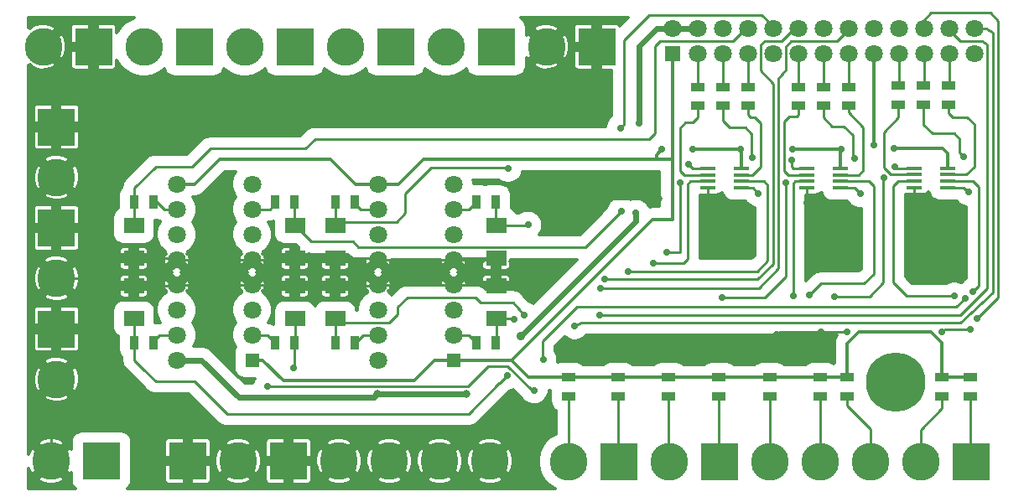
<source format=gtl>
G04 (created by PCBNEW (2013-07-07 BZR 4022)-stable) date 6.3.2014 22:13:41*
%MOIN*%
G04 Gerber Fmt 3.4, Leading zero omitted, Abs format*
%FSLAX34Y34*%
G01*
G70*
G90*
G04 APERTURE LIST*
%ADD10C,0.011811*%
%ADD11R,0.06X0.06*%
%ADD12C,0.0708661*%
%ADD13R,0.055X0.055*%
%ADD14R,0.055X0.035*%
%ADD15R,0.035X0.055*%
%ADD16R,0.08X0.06*%
%ADD17R,0.15X0.15*%
%ADD18C,0.15*%
%ADD19C,0.23622*%
%ADD20R,0.0610236X0.0173228*%
%ADD21C,0.0275591*%
%ADD22C,0.0354331*%
%ADD23C,0.0314961*%
%ADD24C,0.023622*%
%ADD25C,0.0100394*%
G04 APERTURE END LIST*
G54D10*
G54D11*
X536Y-1507D03*
G54D12*
X536Y-507D03*
X1536Y-1507D03*
X1536Y-507D03*
X2536Y-1507D03*
X2536Y-507D03*
X3536Y-1507D03*
X3536Y-507D03*
X4536Y-1507D03*
X4536Y-507D03*
X5536Y-1507D03*
X5536Y-507D03*
X6536Y-1507D03*
X6536Y-507D03*
X7536Y-1507D03*
X7536Y-507D03*
X8536Y-1507D03*
X8536Y-507D03*
X9536Y-1507D03*
X9536Y-507D03*
X10536Y-1507D03*
X10536Y-507D03*
X11536Y-1507D03*
X11536Y-507D03*
X12536Y-1507D03*
X12536Y-507D03*
G54D13*
X-16163Y-13707D03*
G54D12*
X-16163Y-12707D03*
X-16163Y-11707D03*
X-16163Y-10707D03*
X-16163Y-9707D03*
X-16163Y-8707D03*
X-16163Y-7707D03*
X-16163Y-6707D03*
X-19163Y-6707D03*
X-19163Y-7707D03*
X-19163Y-8707D03*
X-19163Y-9707D03*
X-19163Y-10707D03*
X-19163Y-11707D03*
X-19163Y-12707D03*
X-19163Y-13707D03*
G54D13*
X-8163Y-13707D03*
G54D12*
X-8163Y-12707D03*
X-8163Y-11707D03*
X-8163Y-10707D03*
X-8163Y-9707D03*
X-8163Y-8707D03*
X-8163Y-7707D03*
X-8163Y-6707D03*
X-11163Y-6707D03*
X-11163Y-7707D03*
X-11163Y-8707D03*
X-11163Y-9707D03*
X-11163Y-10707D03*
X-11163Y-11707D03*
X-11163Y-12707D03*
X-11163Y-13707D03*
G54D14*
X1544Y-2832D03*
X1544Y-3582D03*
X10528Y-2792D03*
X10528Y-3542D03*
G54D15*
X-12838Y-7407D03*
X-12088Y-7407D03*
G54D14*
X7536Y-2832D03*
X7536Y-3582D03*
G54D15*
X-6488Y-13007D03*
X-7238Y-13007D03*
G54D14*
X6536Y-2832D03*
X6536Y-3582D03*
X11528Y-2792D03*
X11528Y-3542D03*
X5536Y-2832D03*
X5536Y-3582D03*
G54D15*
X-12838Y-13007D03*
X-12088Y-13007D03*
X-6488Y-7407D03*
X-7238Y-7407D03*
X-20838Y-7407D03*
X-20088Y-7407D03*
X-20838Y-13007D03*
X-20088Y-13007D03*
G54D14*
X3544Y-2832D03*
X3544Y-3582D03*
G54D15*
X-14488Y-13007D03*
X-15238Y-13007D03*
X-14488Y-7407D03*
X-15238Y-7407D03*
G54D14*
X2544Y-2832D03*
X2544Y-3582D03*
X9528Y-2792D03*
X9528Y-3542D03*
X2401Y-14388D03*
X2401Y-15138D03*
X4409Y-14388D03*
X4409Y-15138D03*
X12401Y-14388D03*
X12401Y-15138D03*
X11259Y-14388D03*
X11259Y-15138D03*
X6417Y-14388D03*
X6417Y-15138D03*
X7480Y-14388D03*
X7480Y-15138D03*
X-3582Y-14388D03*
X-3582Y-15138D03*
X-1614Y-14388D03*
X-1614Y-15138D03*
X393Y-14388D03*
X393Y-15138D03*
G54D16*
X-20863Y-9657D03*
X-20863Y-8357D03*
X-20863Y-10757D03*
X-20863Y-12057D03*
X-6463Y-10757D03*
X-6463Y-12057D03*
X-14463Y-10757D03*
X-14463Y-12057D03*
X-14463Y-9657D03*
X-14463Y-8357D03*
X-6463Y-9657D03*
X-6463Y-8357D03*
X-12863Y-10757D03*
X-12863Y-12057D03*
X-12863Y-9657D03*
X-12863Y-8357D03*
G54D17*
X-22149Y-17716D03*
G54D18*
X-24149Y-17716D03*
G54D17*
X-18463Y-1237D03*
G54D18*
X-20463Y-1237D03*
G54D17*
X-6463Y-1237D03*
G54D18*
X-8463Y-1237D03*
G54D17*
X-10463Y-1237D03*
G54D18*
X-12463Y-1237D03*
G54D17*
X-22463Y-1237D03*
G54D18*
X-24463Y-1237D03*
X-12708Y-17716D03*
X-10708Y-17716D03*
G54D17*
X-14708Y-17716D03*
G54D18*
X-8708Y-17716D03*
X-6708Y-17716D03*
G54D17*
X-18716Y-17716D03*
G54D18*
X-16716Y-17716D03*
G54D17*
X-23937Y-12464D03*
G54D18*
X-23937Y-14464D03*
G54D17*
X-23937Y-8448D03*
G54D18*
X-23937Y-10448D03*
G54D17*
X-23937Y-4433D03*
G54D18*
X-23937Y-6433D03*
X10408Y-17736D03*
X8408Y-17736D03*
G54D17*
X12408Y-17736D03*
G54D18*
X6408Y-17736D03*
X4408Y-17736D03*
G54D17*
X2408Y-17736D03*
G54D18*
X408Y-17736D03*
G54D17*
X-1591Y-17736D03*
G54D18*
X-3591Y-17736D03*
G54D17*
X-2463Y-1237D03*
G54D18*
X-4463Y-1237D03*
G54D17*
X-14463Y-1237D03*
G54D18*
X-16463Y-1237D03*
G54D19*
X9409Y-14566D03*
G54D20*
X10141Y-6066D03*
X10141Y-6322D03*
X10141Y-6578D03*
X10141Y-6834D03*
X11480Y-6834D03*
X11480Y-6578D03*
X11480Y-6322D03*
X11480Y-6066D03*
X5881Y-6082D03*
X5881Y-6338D03*
X5881Y-6594D03*
X5881Y-6850D03*
X7220Y-6850D03*
X7220Y-6594D03*
X7220Y-6338D03*
X7220Y-6082D03*
X1937Y-6082D03*
X1937Y-6338D03*
X1937Y-6594D03*
X1937Y-6850D03*
X3275Y-6850D03*
X3275Y-6594D03*
X3275Y-6338D03*
X3275Y-6082D03*
G54D21*
X3267Y-5314D03*
X5334Y-5307D03*
X8547Y-5149D03*
X1358Y-5326D03*
X125Y-5326D03*
X9358Y-5295D03*
X7236Y-5314D03*
X-901Y-7854D03*
X-783Y-4271D03*
G54D22*
X-5468Y-12736D03*
G54D23*
X-7633Y-15059D03*
X-11177Y-15059D03*
G54D21*
X-2161Y-10492D03*
X-5980Y-6082D03*
X-2318Y-10846D03*
X-5192Y-8326D03*
X-6023Y-14326D03*
X-14503Y-14007D03*
X-15555Y-14744D03*
X-4952Y-14897D03*
X-4590Y-13685D03*
X12169Y-11236D03*
X12653Y-12062D03*
X-3342Y-12342D03*
X-5744Y-12066D03*
X-2358Y-11909D03*
X-5350Y-11909D03*
X-1531Y-4468D03*
X-1492Y-7775D03*
X11259Y-12582D03*
X12370Y-12468D03*
X10149Y-7444D03*
X5877Y-7440D03*
X-291Y-13551D03*
X3110Y-13551D03*
X-891Y-13551D03*
G54D23*
X-2889Y-13551D03*
X-27Y-7295D03*
X-2472Y-7342D03*
G54D21*
X6456Y-12574D03*
X1917Y-7334D03*
X7484Y-12578D03*
X4688Y-12696D03*
X5976Y-11125D03*
X12118Y-5614D03*
X12307Y-7027D03*
X6976Y-11177D03*
X8937Y-6456D03*
X9374Y-6027D03*
X3724Y-5641D03*
X3960Y-7070D03*
X-1212Y-10165D03*
X-220Y-9846D03*
X5338Y-11145D03*
X303Y-9425D03*
X842Y-6641D03*
X1177Y-5901D03*
X2507Y-11224D03*
X5047Y-6641D03*
X5291Y-5732D03*
X7775Y-5677D03*
X8007Y-7086D03*
X11748Y-11137D03*
X12496Y-10984D03*
G54D10*
X7236Y-5314D02*
X5342Y-5314D01*
X3255Y-5314D02*
X3287Y-5314D01*
X3267Y-5314D02*
X3255Y-5314D01*
X5342Y-5314D02*
X5334Y-5307D01*
X8536Y-1507D02*
X8540Y-5142D01*
X8540Y-5142D02*
X8547Y-5149D01*
X3287Y-5314D02*
X1370Y-5314D01*
X1370Y-5314D02*
X1358Y-5326D01*
X125Y-5326D02*
X-90Y-5543D01*
X-90Y-5543D02*
X-90Y-5707D01*
X3275Y-5326D02*
X3275Y-6082D01*
X3287Y-5314D02*
X3275Y-5326D01*
X11480Y-6066D02*
X11480Y-5480D01*
X11480Y-5480D02*
X11295Y-5295D01*
X11295Y-5295D02*
X9358Y-5295D01*
X7220Y-5330D02*
X7220Y-6082D01*
X7236Y-5314D02*
X7220Y-5330D01*
X7480Y-14388D02*
X7480Y-13055D01*
X11259Y-13007D02*
X11259Y-14388D01*
X10830Y-12578D02*
X11259Y-13007D01*
X7956Y-12578D02*
X10830Y-12578D01*
X7480Y-13055D02*
X7956Y-12578D01*
X12401Y-14388D02*
X11259Y-14388D01*
X7480Y-14388D02*
X6417Y-14388D01*
X6417Y-14388D02*
X4409Y-14388D01*
X4409Y-14388D02*
X2401Y-14388D01*
X2401Y-14388D02*
X393Y-14388D01*
X393Y-14388D02*
X-1614Y-14388D01*
X-3582Y-14388D02*
X-1614Y-14388D01*
X-3582Y-14388D02*
X-5182Y-14388D01*
X-5182Y-14388D02*
X-5863Y-13707D01*
X-16163Y-13707D02*
X-15741Y-13707D01*
X-8903Y-13707D02*
X-8163Y-13707D01*
X-9724Y-14527D02*
X-8903Y-13707D01*
X-14921Y-14527D02*
X-9724Y-14527D01*
X-15741Y-13707D02*
X-14921Y-14527D01*
X-8163Y-13707D02*
X-5863Y-13707D01*
X-263Y-8107D02*
X536Y-8107D01*
X536Y-8107D02*
X536Y-5707D01*
X-5863Y-13707D02*
X-263Y-8107D01*
X-11163Y-6707D02*
X-10363Y-6707D01*
X-9363Y-5707D02*
X-90Y-5707D01*
X-10363Y-6707D02*
X-9363Y-5707D01*
X-90Y-5707D02*
X536Y-5707D01*
X-19163Y-6707D02*
X-18463Y-6707D01*
X-12063Y-6707D02*
X-11163Y-6707D01*
X-13063Y-5707D02*
X-12063Y-6707D01*
X-17463Y-5707D02*
X-13063Y-5707D01*
X-18463Y-6707D02*
X-17463Y-5707D01*
X536Y-5707D02*
X536Y-1507D01*
G54D24*
X-901Y-8169D02*
X-5468Y-12736D01*
X-901Y-7854D02*
X-901Y-8169D01*
X-89Y-507D02*
X-783Y-1200D01*
X536Y-507D02*
X-89Y-507D01*
X-783Y-1200D02*
X-783Y-4271D01*
X-901Y-7854D02*
X-901Y-7854D01*
X536Y-507D02*
X1536Y-507D01*
X-7633Y-15059D02*
X-11177Y-15059D01*
X-18182Y-13707D02*
X-19163Y-13707D01*
X-11177Y-15059D02*
X-11314Y-15196D01*
X-11314Y-15196D02*
X-16692Y-15196D01*
X-16692Y-15196D02*
X-18182Y-13707D01*
G54D25*
X1536Y-1507D02*
X1536Y-2832D01*
X2536Y-1507D02*
X2536Y-2832D01*
X9536Y-1507D02*
X9536Y-2832D01*
X11536Y-1507D02*
X11536Y-2832D01*
X5536Y-1507D02*
X5536Y-2832D01*
X5536Y-507D02*
X5382Y-507D01*
X5382Y-507D02*
X4885Y-1003D01*
X4885Y-1003D02*
X4204Y-1003D01*
X4204Y-1003D02*
X4035Y-1161D01*
X4035Y-1161D02*
X4035Y-2185D01*
X4035Y-2185D02*
X4535Y-2715D01*
X4535Y-2715D02*
X4535Y-9870D01*
X4535Y-9870D02*
X3913Y-10492D01*
X3913Y-10492D02*
X-2161Y-10492D01*
X-5980Y-6082D02*
X-6019Y-6043D01*
X-6019Y-6043D02*
X-9051Y-6043D01*
X-9051Y-6043D02*
X-10074Y-7066D01*
X-10074Y-7066D02*
X-10074Y-7854D01*
X-10074Y-7854D02*
X-10429Y-8208D01*
X-10429Y-8208D02*
X-12715Y-8208D01*
X-12715Y-8208D02*
X-12863Y-8357D01*
X-12863Y-8357D02*
X-12863Y-7432D01*
X-12863Y-7432D02*
X-12838Y-7407D01*
X6536Y-2832D02*
X6536Y-1507D01*
X7536Y-1507D02*
X7536Y-2832D01*
X7536Y-507D02*
X7536Y-558D01*
X7536Y-558D02*
X7090Y-1003D01*
X7090Y-1003D02*
X5267Y-1003D01*
X5267Y-1003D02*
X5039Y-1240D01*
X5039Y-1240D02*
X5039Y-2145D01*
X5039Y-2145D02*
X4767Y-2500D01*
X4767Y-2500D02*
X4767Y-10059D01*
X4767Y-10059D02*
X3980Y-10846D01*
X3980Y-10846D02*
X-2318Y-10846D01*
X-5192Y-8326D02*
X-5223Y-8357D01*
X-5223Y-8357D02*
X-6463Y-8357D01*
X-6488Y-7407D02*
X-6488Y-8332D01*
X-6488Y-8332D02*
X-6463Y-8357D01*
X-6324Y-14627D02*
X-6336Y-14627D01*
X-6023Y-14326D02*
X-6324Y-14627D01*
X-20838Y-13704D02*
X-20838Y-13007D01*
X-20468Y-14074D02*
X-20838Y-13704D01*
X-20468Y-14074D02*
X-20468Y-14074D01*
X-19996Y-14547D02*
X-20468Y-14074D01*
X-6336Y-14627D02*
X-7555Y-15846D01*
X-7555Y-15846D02*
X-17161Y-15846D01*
X-17161Y-15846D02*
X-18460Y-14547D01*
X-18460Y-14547D02*
X-19996Y-14547D01*
X-6255Y-14547D02*
X-6275Y-14566D01*
X-6255Y-14547D02*
X-6255Y-14547D01*
X-6275Y-14566D02*
X-6336Y-14627D01*
X-20863Y-12057D02*
X-20863Y-12982D01*
X-20863Y-12982D02*
X-20838Y-13007D01*
X10536Y-507D02*
X10536Y-168D01*
X-14488Y-13992D02*
X-14488Y-13007D01*
X-14503Y-14007D02*
X-14488Y-13992D01*
X-7590Y-14744D02*
X-15555Y-14744D01*
X-6783Y-13937D02*
X-7590Y-14744D01*
X-6003Y-13937D02*
X-6783Y-13937D01*
X-5047Y-14893D02*
X-6003Y-13937D01*
X-4956Y-14893D02*
X-5047Y-14893D01*
X-4952Y-14897D02*
X-4956Y-14893D01*
X-4622Y-13653D02*
X-4590Y-13685D01*
X-4622Y-12944D02*
X-4622Y-13653D01*
X-3251Y-11574D02*
X-4622Y-12944D01*
X11830Y-11574D02*
X-3251Y-11574D01*
X12169Y-11236D02*
X11830Y-11574D01*
X13500Y-11216D02*
X12653Y-12062D01*
X13500Y-208D02*
X13500Y-11216D01*
X13185Y106D02*
X13500Y-208D01*
X10811Y106D02*
X13185Y106D01*
X10536Y-168D02*
X10811Y106D01*
X-14463Y-12057D02*
X-14463Y-12982D01*
X-14463Y-12982D02*
X-14488Y-13007D01*
X3536Y-1507D02*
X3536Y-2832D01*
X13271Y-11003D02*
X13271Y-688D01*
X12536Y-507D02*
X13011Y-507D01*
X13271Y-688D02*
X13011Y-507D01*
X11972Y-12224D02*
X13271Y-11003D01*
X-3071Y-12219D02*
X11972Y-12224D01*
X-3342Y-12342D02*
X-3071Y-12219D01*
X-5753Y-12057D02*
X-5744Y-12066D01*
X-5753Y-12057D02*
X-6463Y-12057D01*
X-6463Y-12057D02*
X-6463Y-12982D01*
X-6463Y-12982D02*
X-6488Y-13007D01*
X12838Y-1003D02*
X12866Y-1003D01*
X11972Y-1003D02*
X12838Y-1003D01*
X11536Y-567D02*
X11972Y-1003D01*
X11536Y-507D02*
X11536Y-567D01*
X-5350Y-11909D02*
X-5783Y-11397D01*
X-5783Y-11397D02*
X-7082Y-11397D01*
X-7082Y-11397D02*
X-7279Y-11204D01*
X-7279Y-11204D02*
X-9996Y-11204D01*
X11972Y-11909D02*
X-2358Y-11909D01*
X-9996Y-11204D02*
X-10389Y-11594D01*
X-10389Y-11594D02*
X-10389Y-11870D01*
X-12676Y-12204D02*
X-12863Y-12057D01*
X-10724Y-12204D02*
X-12676Y-12204D01*
X-10389Y-11870D02*
X-10724Y-12204D01*
X13039Y-10858D02*
X11972Y-11909D01*
X13039Y-1161D02*
X13039Y-10858D01*
X12866Y-1003D02*
X13039Y-1161D01*
X-12863Y-12057D02*
X-12863Y-12982D01*
X-12863Y-12982D02*
X-12838Y-13007D01*
X10536Y-1507D02*
X10536Y-2832D01*
X4536Y-507D02*
X4536Y-418D01*
X4536Y-418D02*
X4098Y19D01*
X4098Y19D02*
X-389Y19D01*
X-389Y19D02*
X-1374Y-964D01*
X-1374Y-964D02*
X-1374Y-4311D01*
X-1374Y-4311D02*
X-1531Y-4468D01*
X-1492Y-7775D02*
X-2921Y-9204D01*
X-2921Y-9204D02*
X-11952Y-9204D01*
X-11952Y-9204D02*
X-12161Y-8996D01*
X-12161Y-8996D02*
X-13824Y-8996D01*
X-13824Y-8996D02*
X-14463Y-8357D01*
X-14488Y-7407D02*
X-14488Y-8332D01*
X-14488Y-8332D02*
X-14463Y-8357D01*
X3536Y-507D02*
X3453Y-507D01*
X-153Y-1200D02*
X-153Y-4665D01*
X-153Y-4665D02*
X-389Y-4901D01*
X-389Y-4901D02*
X-13657Y-4901D01*
X-13657Y-4901D02*
X-14051Y-5295D01*
X-14051Y-5295D02*
X-17830Y-5295D01*
X-17830Y-5295D02*
X-18539Y-6003D01*
X-18539Y-6003D02*
X-19996Y-6003D01*
X-19996Y-6003D02*
X-20838Y-6846D01*
X-20838Y-6846D02*
X-20838Y-7407D01*
X43Y-1003D02*
X-153Y-1200D01*
X2956Y-1003D02*
X43Y-1003D01*
X3453Y-507D02*
X2956Y-1003D01*
X-20838Y-7407D02*
X-20838Y-8332D01*
X-20838Y-8332D02*
X-20863Y-8357D01*
X11370Y-12472D02*
X11259Y-12582D01*
X12366Y-12472D02*
X11370Y-12472D01*
X12370Y-12468D02*
X12366Y-12472D01*
X10141Y-6834D02*
X10141Y-7437D01*
X10141Y-7437D02*
X10149Y-7444D01*
X5881Y-6850D02*
X5881Y-7437D01*
X5881Y-7437D02*
X5877Y-7440D01*
X-290Y-13551D02*
X3110Y-13551D01*
X-290Y-13551D02*
X-291Y-13551D01*
X-892Y-13551D02*
X-2889Y-13551D01*
X-892Y-13551D02*
X-891Y-13551D01*
X-2425Y-7295D02*
X-27Y-7295D01*
X-2472Y-7342D02*
X-2425Y-7295D01*
X6452Y-12578D02*
X6456Y-12574D01*
X6472Y-12578D02*
X6452Y-12578D01*
X1937Y-7314D02*
X1937Y-6850D01*
X1917Y-7334D02*
X1937Y-7314D01*
X7484Y-12578D02*
X6472Y-12578D01*
X6472Y-12578D02*
X6342Y-12578D01*
X4688Y-12696D02*
X4807Y-12578D01*
X4807Y-12578D02*
X6342Y-12578D01*
X-18716Y-17716D02*
X-18716Y-16811D01*
X-24149Y-16732D02*
X-24149Y-17716D01*
X-23933Y-16515D02*
X-24149Y-16732D01*
X-19011Y-16515D02*
X-23933Y-16515D01*
X-18716Y-16811D02*
X-19011Y-16515D01*
X-20863Y-10757D02*
X-21738Y-10757D01*
X-22047Y-10448D02*
X-23937Y-10448D01*
X-21738Y-10757D02*
X-22047Y-10448D01*
X-12863Y-9657D02*
X-12863Y-10757D01*
X-16163Y-9707D02*
X-14513Y-9707D01*
X-14513Y-9707D02*
X-14463Y-9657D01*
X-12863Y-9657D02*
X-11213Y-9657D01*
X-11213Y-9657D02*
X-11163Y-9707D01*
X-6463Y-9657D02*
X-8113Y-9657D01*
X-8113Y-9657D02*
X-8163Y-9707D01*
X-8163Y-10707D02*
X-11163Y-10707D01*
X-16163Y-10707D02*
X-19163Y-10707D01*
X-20863Y-9657D02*
X-19213Y-9657D01*
X-19213Y-9657D02*
X-19163Y-9707D01*
X-19163Y-9707D02*
X-14513Y-9707D01*
X-14513Y-9707D02*
X-14463Y-9657D01*
X-14463Y-9657D02*
X-11213Y-9657D01*
X-11213Y-9657D02*
X-11163Y-9707D01*
X-11163Y-9707D02*
X-6513Y-9707D01*
X-6513Y-9707D02*
X-6463Y-9757D01*
X-6463Y-9757D02*
X-6463Y-10757D01*
X-6463Y-10757D02*
X-6513Y-10707D01*
X-6513Y-10707D02*
X-11163Y-10707D01*
X-11163Y-10707D02*
X-11213Y-10757D01*
X-11213Y-10757D02*
X-14463Y-10757D01*
X-14463Y-10757D02*
X-14513Y-10707D01*
X-14513Y-10707D02*
X-19163Y-10707D01*
X-19163Y-10707D02*
X-19213Y-10757D01*
X-19213Y-10757D02*
X-20863Y-10757D01*
X-20863Y-10757D02*
X-20863Y-9657D01*
X-15238Y-7407D02*
X-15238Y-7482D01*
X-15463Y-7707D02*
X-16163Y-7707D01*
X-15238Y-7482D02*
X-15463Y-7707D01*
X-20088Y-7407D02*
X-19963Y-7407D01*
X-19663Y-7707D02*
X-19163Y-7707D01*
X-19963Y-7407D02*
X-19663Y-7707D01*
X-12088Y-7407D02*
X-12088Y-7482D01*
X-11863Y-7707D02*
X-11163Y-7707D01*
X-12088Y-7482D02*
X-11863Y-7707D01*
X-12088Y-13007D02*
X-12063Y-13007D01*
X-11763Y-12707D02*
X-11163Y-12707D01*
X-12063Y-13007D02*
X-11763Y-12707D01*
X-7238Y-7407D02*
X-7263Y-7407D01*
X-7563Y-7707D02*
X-8163Y-7707D01*
X-7263Y-7407D02*
X-7563Y-7707D01*
X-7238Y-13007D02*
X-7263Y-13007D01*
X-7563Y-12707D02*
X-8163Y-12707D01*
X-7263Y-13007D02*
X-7563Y-12707D01*
X-20088Y-13007D02*
X-20088Y-12932D01*
X-20088Y-12932D02*
X-19863Y-12707D01*
X-19863Y-12707D02*
X-19163Y-12707D01*
X-15238Y-13007D02*
X-15263Y-13007D01*
X-15563Y-12707D02*
X-16163Y-12707D01*
X-15263Y-13007D02*
X-15563Y-12707D01*
X7220Y-6594D02*
X8366Y-6594D01*
X6444Y-10657D02*
X5976Y-11125D01*
X8157Y-10657D02*
X6444Y-10657D01*
X8539Y-10275D02*
X8157Y-10657D01*
X8539Y-6767D02*
X8539Y-10275D01*
X8366Y-6594D02*
X8539Y-6767D01*
X1937Y-6338D02*
X1011Y-6338D01*
X1011Y-6338D02*
X838Y-6165D01*
X838Y-6165D02*
X838Y-4468D01*
X838Y-4468D02*
X1062Y-4244D01*
X1062Y-4244D02*
X1362Y-4244D01*
X1362Y-4244D02*
X1544Y-4062D01*
X1544Y-4062D02*
X1544Y-3582D01*
X393Y-15138D02*
X393Y-17721D01*
X393Y-17721D02*
X408Y-17736D01*
X-3582Y-15138D02*
X-3582Y-17727D01*
X-3582Y-17727D02*
X-3591Y-17736D01*
X11480Y-6834D02*
X12102Y-6834D01*
X10528Y-4351D02*
X10528Y-3542D01*
X10874Y-4696D02*
X10528Y-4351D01*
X11744Y-4696D02*
X10874Y-4696D01*
X11956Y-4909D02*
X11744Y-4696D01*
X11956Y-5452D02*
X11956Y-4909D01*
X12118Y-5614D02*
X11956Y-5452D01*
X12295Y-7027D02*
X12307Y-7027D01*
X12102Y-6834D02*
X12295Y-7027D01*
X11480Y-6322D02*
X12212Y-6322D01*
X11528Y-3890D02*
X11528Y-3542D01*
X11685Y-4047D02*
X11528Y-3890D01*
X12255Y-4047D02*
X11685Y-4047D01*
X12535Y-4326D02*
X12255Y-4047D01*
X12535Y-6000D02*
X12535Y-4326D01*
X12212Y-6322D02*
X12535Y-6000D01*
X10141Y-6322D02*
X9220Y-6322D01*
X9220Y-6322D02*
X8937Y-6039D01*
X8937Y-6039D02*
X8937Y-4649D01*
X8937Y-4649D02*
X9528Y-4058D01*
X9528Y-4058D02*
X9528Y-3542D01*
X10141Y-6066D02*
X9413Y-6066D01*
X8377Y-11177D02*
X6976Y-11177D01*
X8929Y-10625D02*
X8377Y-11177D01*
X8929Y-6464D02*
X8929Y-10625D01*
X8937Y-6456D02*
X8929Y-6464D01*
X9413Y-6066D02*
X9374Y-6027D01*
X7536Y-3582D02*
X7536Y-3847D01*
X7948Y-6338D02*
X7220Y-6338D01*
X8133Y-6153D02*
X7948Y-6338D01*
X8133Y-4444D02*
X8133Y-6153D01*
X7536Y-3847D02*
X8133Y-4444D01*
X3275Y-6850D02*
X3740Y-6850D01*
X2544Y-4170D02*
X2544Y-3582D01*
X2834Y-4460D02*
X2544Y-4170D01*
X3437Y-4460D02*
X2834Y-4460D01*
X3696Y-4720D02*
X3437Y-4460D01*
X3696Y-5614D02*
X3696Y-4720D01*
X3724Y-5641D02*
X3696Y-5614D01*
X3740Y-6850D02*
X3960Y-7070D01*
X3275Y-6338D02*
X3712Y-6338D01*
X3712Y-6338D02*
X4047Y-6003D01*
X4047Y-6003D02*
X4047Y-4275D01*
X4047Y-4275D02*
X3834Y-4062D01*
X3834Y-4062D02*
X3657Y-4062D01*
X3657Y-4062D02*
X3544Y-3949D01*
X3544Y-3949D02*
X3544Y-3582D01*
X3275Y-6594D02*
X4169Y-6594D01*
X3905Y-10165D02*
X-1212Y-10165D01*
X4314Y-9755D02*
X3905Y-10165D01*
X4314Y-6740D02*
X4314Y-9755D01*
X4169Y-6594D02*
X4314Y-6740D01*
X1937Y-6594D02*
X1255Y-6594D01*
X976Y-9846D02*
X-220Y-9846D01*
X1149Y-9673D02*
X976Y-9846D01*
X1149Y-6700D02*
X1149Y-9673D01*
X1255Y-6594D02*
X1149Y-6700D01*
X5881Y-6594D02*
X5429Y-6594D01*
X5338Y-6685D02*
X5338Y-11145D01*
X5429Y-6594D02*
X5338Y-6685D01*
X1937Y-6082D02*
X1358Y-6082D01*
X830Y-9425D02*
X303Y-9425D01*
X846Y-9409D02*
X830Y-9425D01*
X846Y-6645D02*
X846Y-9409D01*
X842Y-6641D02*
X846Y-6645D01*
X1358Y-6082D02*
X1177Y-5901D01*
X5881Y-6082D02*
X5358Y-6082D01*
X4208Y-11224D02*
X2507Y-11224D01*
X5039Y-10393D02*
X4208Y-11224D01*
X5039Y-6649D02*
X5039Y-10393D01*
X5047Y-6641D02*
X5039Y-6649D01*
X5291Y-6015D02*
X5291Y-5732D01*
X5358Y-6082D02*
X5291Y-6015D01*
X7480Y-15138D02*
X7480Y-15527D01*
X8408Y-16455D02*
X8408Y-17736D01*
X7480Y-15527D02*
X8408Y-16455D01*
X6417Y-15138D02*
X6417Y-17727D01*
X6417Y-17727D02*
X6408Y-17736D01*
X6417Y-17727D02*
X6408Y-17736D01*
X5881Y-6338D02*
X5145Y-6338D01*
X5536Y-3940D02*
X5536Y-3582D01*
X5476Y-4000D02*
X5536Y-3940D01*
X5192Y-4000D02*
X5476Y-4000D01*
X4992Y-4200D02*
X5192Y-4000D01*
X4992Y-6185D02*
X4992Y-4200D01*
X5145Y-6338D02*
X4992Y-6185D01*
X11259Y-15138D02*
X11259Y-15614D01*
X10408Y-16465D02*
X10408Y-17736D01*
X11259Y-15614D02*
X10408Y-16465D01*
X12401Y-17729D02*
X12408Y-17736D01*
X12401Y-15138D02*
X12401Y-17729D01*
X7220Y-6850D02*
X7771Y-6850D01*
X6536Y-4059D02*
X6536Y-3582D01*
X6881Y-4405D02*
X6536Y-4059D01*
X7362Y-4405D02*
X6881Y-4405D01*
X7712Y-4755D02*
X7362Y-4405D01*
X7712Y-5614D02*
X7712Y-4755D01*
X7775Y-5677D02*
X7712Y-5614D01*
X7771Y-6850D02*
X8007Y-7086D01*
X-1614Y-15138D02*
X-1614Y-17713D01*
X-1614Y-17713D02*
X-1591Y-17736D01*
X4409Y-15138D02*
X4409Y-17735D01*
X4409Y-17735D02*
X4408Y-17736D01*
X2401Y-17729D02*
X2408Y-17736D01*
X2401Y-15138D02*
X2401Y-17729D01*
X10141Y-6578D02*
X9519Y-6578D01*
X9846Y-11137D02*
X11748Y-11137D01*
X9307Y-10598D02*
X9846Y-11137D01*
X9307Y-6791D02*
X9307Y-10598D01*
X9519Y-6578D02*
X9307Y-6791D01*
X11480Y-6578D02*
X12500Y-6578D01*
X12500Y-6578D02*
X12728Y-6807D01*
X12728Y-6807D02*
X12728Y-10751D01*
X12728Y-10751D02*
X12496Y-10984D01*
G54D10*
G36*
X-1213Y-92D02*
X-1547Y-426D01*
X-1557Y-402D01*
X-1576Y-373D01*
X-1601Y-349D01*
X-1630Y-329D01*
X-1662Y-316D01*
X-1696Y-309D01*
X-2281Y-309D01*
X-2325Y-354D01*
X-2325Y-1099D01*
X-2318Y-1099D01*
X-2318Y-1374D01*
X-2325Y-1374D01*
X-2325Y-2119D01*
X-2281Y-2164D01*
X-1876Y-2164D01*
X-1876Y-3988D01*
X-1903Y-4006D01*
X-1986Y-4087D01*
X-2051Y-4182D01*
X-2097Y-4289D01*
X-2120Y-4398D01*
X-2601Y-4398D01*
X-2601Y-2119D01*
X-2601Y-1374D01*
X-2601Y-1099D01*
X-2601Y-354D01*
X-2645Y-309D01*
X-3231Y-309D01*
X-3265Y-316D01*
X-3297Y-329D01*
X-3326Y-349D01*
X-3350Y-373D01*
X-3370Y-402D01*
X-3383Y-434D01*
X-3390Y-468D01*
X-3391Y-503D01*
X-3390Y-1054D01*
X-3346Y-1099D01*
X-2601Y-1099D01*
X-2601Y-1374D01*
X-3346Y-1374D01*
X-3390Y-1419D01*
X-3391Y-1970D01*
X-3390Y-2005D01*
X-3383Y-2039D01*
X-3370Y-2071D01*
X-3350Y-2100D01*
X-3326Y-2124D01*
X-3297Y-2144D01*
X-3265Y-2157D01*
X-3231Y-2164D01*
X-2645Y-2164D01*
X-2601Y-2119D01*
X-2601Y-4398D01*
X-3535Y-4398D01*
X-3535Y-1319D01*
X-3537Y-1137D01*
X-3574Y-959D01*
X-3637Y-806D01*
X-3746Y-714D01*
X-3941Y-909D01*
X-3941Y-519D01*
X-4033Y-410D01*
X-4202Y-342D01*
X-4381Y-309D01*
X-4562Y-310D01*
X-4740Y-347D01*
X-4893Y-410D01*
X-4986Y-519D01*
X-4463Y-1042D01*
X-3941Y-519D01*
X-3941Y-909D01*
X-4268Y-1237D01*
X-3746Y-1759D01*
X-3637Y-1667D01*
X-3569Y-1498D01*
X-3535Y-1319D01*
X-3535Y-4398D01*
X-3941Y-4398D01*
X-3941Y-1954D01*
X-4463Y-1431D01*
X-4986Y-1954D01*
X-4893Y-2063D01*
X-4725Y-2131D01*
X-4546Y-2164D01*
X-4364Y-2163D01*
X-4186Y-2126D01*
X-4033Y-2063D01*
X-3941Y-1954D01*
X-3941Y-4398D01*
X-13657Y-4398D01*
X-13703Y-4403D01*
X-13749Y-4407D01*
X-13752Y-4407D01*
X-13755Y-4408D01*
X-13799Y-4421D01*
X-13844Y-4434D01*
X-13846Y-4435D01*
X-13849Y-4436D01*
X-13890Y-4458D01*
X-13931Y-4479D01*
X-13933Y-4481D01*
X-13935Y-4482D01*
X-13971Y-4512D01*
X-14008Y-4541D01*
X-14011Y-4544D01*
X-14011Y-4544D01*
X-14011Y-4544D01*
X-14013Y-4545D01*
X-14259Y-4792D01*
X-17830Y-4792D01*
X-17876Y-4796D01*
X-17923Y-4800D01*
X-17925Y-4801D01*
X-17928Y-4801D01*
X-17972Y-4815D01*
X-18017Y-4828D01*
X-18019Y-4829D01*
X-18022Y-4830D01*
X-18063Y-4852D01*
X-18104Y-4873D01*
X-18106Y-4875D01*
X-18109Y-4876D01*
X-18145Y-4905D01*
X-18181Y-4934D01*
X-18185Y-4938D01*
X-18185Y-4938D01*
X-18185Y-4938D01*
X-18186Y-4939D01*
X-18747Y-5500D01*
X-19996Y-5500D01*
X-20042Y-5505D01*
X-20088Y-5509D01*
X-20091Y-5510D01*
X-20093Y-5510D01*
X-20138Y-5523D01*
X-20182Y-5536D01*
X-20185Y-5538D01*
X-20187Y-5538D01*
X-20228Y-5560D01*
X-20269Y-5582D01*
X-20272Y-5583D01*
X-20274Y-5585D01*
X-20310Y-5614D01*
X-20346Y-5643D01*
X-20350Y-5646D01*
X-20350Y-5647D01*
X-20350Y-5647D01*
X-20351Y-5648D01*
X-21194Y-6491D01*
X-21223Y-6526D01*
X-21253Y-6562D01*
X-21255Y-6564D01*
X-21256Y-6566D01*
X-21278Y-6607D01*
X-21301Y-6648D01*
X-21301Y-6651D01*
X-21303Y-6653D01*
X-21316Y-6697D01*
X-21330Y-6742D01*
X-21331Y-6744D01*
X-21331Y-6747D01*
X-21336Y-6793D01*
X-21339Y-6817D01*
X-21364Y-6842D01*
X-21413Y-6915D01*
X-21448Y-6997D01*
X-21466Y-7084D01*
X-21466Y-7173D01*
X-21466Y-7650D01*
X-21477Y-7655D01*
X-21551Y-7704D01*
X-21614Y-7767D01*
X-21663Y-7840D01*
X-21698Y-7922D01*
X-21716Y-8009D01*
X-21716Y-8098D01*
X-21716Y-8701D01*
X-21699Y-8788D01*
X-21665Y-8870D01*
X-21616Y-8944D01*
X-21553Y-9007D01*
X-21480Y-9057D01*
X-21398Y-9091D01*
X-21311Y-9109D01*
X-21222Y-9110D01*
X-20419Y-9109D01*
X-20332Y-9092D01*
X-20250Y-9058D01*
X-20176Y-9009D01*
X-20113Y-8947D01*
X-20063Y-8873D01*
X-20029Y-8791D01*
X-20011Y-8704D01*
X-20010Y-8615D01*
X-20010Y-8134D01*
X-19925Y-8134D01*
X-19902Y-8146D01*
X-19861Y-8169D01*
X-19859Y-8170D01*
X-19857Y-8171D01*
X-19816Y-8183D01*
X-19800Y-8208D01*
X-19874Y-8316D01*
X-19936Y-8461D01*
X-19969Y-8616D01*
X-19971Y-8774D01*
X-19943Y-8930D01*
X-19885Y-9077D01*
X-19799Y-9210D01*
X-19689Y-9324D01*
X-19599Y-9387D01*
X-19638Y-9427D01*
X-19593Y-9472D01*
X-19662Y-9515D01*
X-19689Y-9615D01*
X-19697Y-9719D01*
X-19685Y-9823D01*
X-19662Y-9898D01*
X-19593Y-9941D01*
X-19358Y-9707D01*
X-19364Y-9701D01*
X-19176Y-9514D01*
X-19150Y-9514D01*
X-18963Y-9701D01*
X-18968Y-9707D01*
X-18734Y-9941D01*
X-18665Y-9898D01*
X-18637Y-9798D01*
X-18629Y-9694D01*
X-18642Y-9591D01*
X-18665Y-9515D01*
X-18734Y-9472D01*
X-18688Y-9427D01*
X-18728Y-9387D01*
X-18664Y-9346D01*
X-18549Y-9237D01*
X-18458Y-9107D01*
X-18394Y-8963D01*
X-18359Y-8808D01*
X-18356Y-8627D01*
X-18387Y-8472D01*
X-18447Y-8326D01*
X-18527Y-8205D01*
X-18458Y-8107D01*
X-18394Y-7963D01*
X-18359Y-7808D01*
X-18356Y-7627D01*
X-18387Y-7472D01*
X-18447Y-7326D01*
X-18519Y-7218D01*
X-18463Y-7218D01*
X-18416Y-7214D01*
X-18369Y-7210D01*
X-18367Y-7209D01*
X-18364Y-7209D01*
X-18319Y-7195D01*
X-18273Y-7182D01*
X-18271Y-7181D01*
X-18268Y-7180D01*
X-18227Y-7158D01*
X-18185Y-7136D01*
X-18182Y-7134D01*
X-18180Y-7133D01*
X-18143Y-7103D01*
X-18106Y-7074D01*
X-18103Y-7070D01*
X-18103Y-7070D01*
X-18103Y-7070D01*
X-18101Y-7068D01*
X-17251Y-6218D01*
X-16807Y-6218D01*
X-16874Y-6316D01*
X-16936Y-6461D01*
X-16969Y-6616D01*
X-16971Y-6774D01*
X-16943Y-6930D01*
X-16885Y-7077D01*
X-16800Y-7208D01*
X-16874Y-7316D01*
X-16936Y-7461D01*
X-16969Y-7616D01*
X-16971Y-7774D01*
X-16943Y-7930D01*
X-16885Y-8077D01*
X-16800Y-8208D01*
X-16874Y-8316D01*
X-16936Y-8461D01*
X-16969Y-8616D01*
X-16971Y-8774D01*
X-16943Y-8930D01*
X-16885Y-9077D01*
X-16799Y-9210D01*
X-16689Y-9324D01*
X-16599Y-9387D01*
X-16638Y-9427D01*
X-16593Y-9472D01*
X-16662Y-9515D01*
X-16689Y-9615D01*
X-16697Y-9719D01*
X-16685Y-9823D01*
X-16662Y-9898D01*
X-16593Y-9941D01*
X-16358Y-9707D01*
X-16364Y-9701D01*
X-16176Y-9514D01*
X-16150Y-9514D01*
X-15963Y-9701D01*
X-15968Y-9707D01*
X-15734Y-9941D01*
X-15665Y-9898D01*
X-15637Y-9798D01*
X-15629Y-9694D01*
X-15642Y-9591D01*
X-15665Y-9515D01*
X-15734Y-9472D01*
X-15688Y-9427D01*
X-15728Y-9387D01*
X-15664Y-9346D01*
X-15549Y-9237D01*
X-15458Y-9107D01*
X-15394Y-8963D01*
X-15359Y-8808D01*
X-15356Y-8627D01*
X-15387Y-8472D01*
X-15447Y-8326D01*
X-15524Y-8210D01*
X-15463Y-8210D01*
X-15417Y-8205D01*
X-15371Y-8201D01*
X-15368Y-8200D01*
X-15366Y-8200D01*
X-15321Y-8187D01*
X-15316Y-8185D01*
X-15316Y-8701D01*
X-15299Y-8788D01*
X-15265Y-8870D01*
X-15216Y-8944D01*
X-15153Y-9007D01*
X-15080Y-9057D01*
X-14998Y-9091D01*
X-14911Y-9109D01*
X-14822Y-9110D01*
X-14422Y-9110D01*
X-14316Y-9215D01*
X-14325Y-9224D01*
X-14325Y-9519D01*
X-13930Y-9519D01*
X-13902Y-9491D01*
X-13878Y-9493D01*
X-13831Y-9498D01*
X-13826Y-9499D01*
X-13826Y-9499D01*
X-13826Y-9499D01*
X-13824Y-9499D01*
X-13416Y-9499D01*
X-13396Y-9519D01*
X-13001Y-9519D01*
X-13001Y-9511D01*
X-12725Y-9511D01*
X-12725Y-9519D01*
X-12349Y-9519D01*
X-12308Y-9560D01*
X-12272Y-9589D01*
X-12236Y-9619D01*
X-12234Y-9620D01*
X-12232Y-9622D01*
X-12191Y-9644D01*
X-12150Y-9667D01*
X-12148Y-9667D01*
X-12146Y-9669D01*
X-12101Y-9682D01*
X-12057Y-9696D01*
X-12054Y-9696D01*
X-12052Y-9697D01*
X-12005Y-9702D01*
X-11959Y-9707D01*
X-11954Y-9707D01*
X-11954Y-9707D01*
X-11954Y-9707D01*
X-11952Y-9707D01*
X-11696Y-9707D01*
X-11697Y-9719D01*
X-11685Y-9823D01*
X-11662Y-9898D01*
X-11593Y-9941D01*
X-11359Y-9707D01*
X-10968Y-9707D01*
X-10734Y-9941D01*
X-10665Y-9898D01*
X-10637Y-9798D01*
X-10630Y-9707D01*
X-8696Y-9707D01*
X-8697Y-9719D01*
X-8685Y-9823D01*
X-8662Y-9898D01*
X-8593Y-9941D01*
X-8359Y-9707D01*
X-7968Y-9707D01*
X-7734Y-9941D01*
X-7665Y-9898D01*
X-7637Y-9798D01*
X-7630Y-9707D01*
X-7040Y-9707D01*
X-7040Y-9794D01*
X-6996Y-9794D01*
X-7040Y-9839D01*
X-7040Y-9974D01*
X-7034Y-10008D01*
X-7020Y-10040D01*
X-7001Y-10069D01*
X-6977Y-10094D01*
X-6948Y-10113D01*
X-6916Y-10127D01*
X-6882Y-10134D01*
X-6847Y-10134D01*
X-6645Y-10134D01*
X-6601Y-10089D01*
X-6601Y-9794D01*
X-6609Y-9794D01*
X-6609Y-9707D01*
X-6318Y-9707D01*
X-6318Y-9794D01*
X-6325Y-9794D01*
X-6325Y-10089D01*
X-6281Y-10134D01*
X-6079Y-10134D01*
X-6045Y-10134D01*
X-6011Y-10127D01*
X-5979Y-10113D01*
X-5950Y-10094D01*
X-5925Y-10069D01*
X-5906Y-10040D01*
X-5893Y-10008D01*
X-5886Y-9974D01*
X-5886Y-9839D01*
X-5930Y-9794D01*
X-5886Y-9794D01*
X-5886Y-9707D01*
X-3247Y-9707D01*
X-4983Y-11444D01*
X-5068Y-11387D01*
X-5169Y-11344D01*
X-5399Y-11073D01*
X-5412Y-11060D01*
X-5424Y-11045D01*
X-5447Y-11025D01*
X-5469Y-11004D01*
X-5485Y-10994D01*
X-5499Y-10982D01*
X-5526Y-10967D01*
X-5552Y-10951D01*
X-5569Y-10944D01*
X-5585Y-10935D01*
X-5614Y-10926D01*
X-5643Y-10914D01*
X-5661Y-10911D01*
X-5678Y-10905D01*
X-5709Y-10902D01*
X-5739Y-10896D01*
X-5758Y-10896D01*
X-5776Y-10894D01*
X-5783Y-10894D01*
X-5886Y-10894D01*
X-5886Y-10439D01*
X-5893Y-10405D01*
X-5906Y-10373D01*
X-5925Y-10344D01*
X-5950Y-10319D01*
X-5979Y-10300D01*
X-6011Y-10287D01*
X-6045Y-10280D01*
X-6079Y-10279D01*
X-6281Y-10279D01*
X-6325Y-10324D01*
X-6325Y-10619D01*
X-5930Y-10619D01*
X-5886Y-10575D01*
X-5886Y-10439D01*
X-5886Y-10894D01*
X-6601Y-10894D01*
X-6601Y-10619D01*
X-6601Y-10324D01*
X-6645Y-10279D01*
X-6847Y-10279D01*
X-6882Y-10280D01*
X-6916Y-10287D01*
X-6948Y-10300D01*
X-6977Y-10319D01*
X-7001Y-10344D01*
X-7020Y-10373D01*
X-7034Y-10405D01*
X-7040Y-10439D01*
X-7040Y-10575D01*
X-6996Y-10619D01*
X-6601Y-10619D01*
X-6601Y-10894D01*
X-6877Y-10894D01*
X-6927Y-10845D01*
X-6961Y-10817D01*
X-6995Y-10789D01*
X-7000Y-10787D01*
X-7004Y-10783D01*
X-7042Y-10763D01*
X-7081Y-10742D01*
X-7086Y-10740D01*
X-7091Y-10738D01*
X-7133Y-10726D01*
X-7174Y-10712D01*
X-7180Y-10712D01*
X-7185Y-10710D01*
X-7228Y-10706D01*
X-7272Y-10701D01*
X-7279Y-10701D01*
X-7630Y-10701D01*
X-7629Y-10694D01*
X-7642Y-10591D01*
X-7665Y-10515D01*
X-7734Y-10472D01*
X-7928Y-10667D01*
X-7928Y-10277D01*
X-7971Y-10208D01*
X-7977Y-10207D01*
X-7971Y-10205D01*
X-7928Y-10136D01*
X-8163Y-9901D01*
X-8398Y-10136D01*
X-8355Y-10205D01*
X-8350Y-10207D01*
X-8355Y-10208D01*
X-8398Y-10277D01*
X-8163Y-10512D01*
X-7928Y-10277D01*
X-7928Y-10667D01*
X-7963Y-10701D01*
X-8363Y-10701D01*
X-8593Y-10472D01*
X-8662Y-10515D01*
X-8689Y-10615D01*
X-8696Y-10701D01*
X-9996Y-10701D01*
X-10046Y-10706D01*
X-10085Y-10709D01*
X-10089Y-10710D01*
X-10093Y-10711D01*
X-10143Y-10726D01*
X-10180Y-10736D01*
X-10183Y-10738D01*
X-10187Y-10739D01*
X-10233Y-10764D01*
X-10267Y-10781D01*
X-10270Y-10783D01*
X-10274Y-10785D01*
X-10315Y-10819D01*
X-10344Y-10842D01*
X-10349Y-10847D01*
X-10350Y-10847D01*
X-10351Y-10848D01*
X-10617Y-11112D01*
X-10629Y-11099D01*
X-10646Y-11082D01*
X-10728Y-11026D01*
X-10688Y-10987D01*
X-10734Y-10941D01*
X-10665Y-10898D01*
X-10637Y-10798D01*
X-10629Y-10694D01*
X-10642Y-10591D01*
X-10665Y-10515D01*
X-10734Y-10472D01*
X-10928Y-10667D01*
X-10928Y-10277D01*
X-10971Y-10208D01*
X-10977Y-10207D01*
X-10971Y-10205D01*
X-10928Y-10136D01*
X-11163Y-9901D01*
X-11398Y-10136D01*
X-11355Y-10205D01*
X-11350Y-10207D01*
X-11355Y-10208D01*
X-11398Y-10277D01*
X-11163Y-10512D01*
X-10928Y-10277D01*
X-10928Y-10667D01*
X-10968Y-10707D01*
X-10963Y-10712D01*
X-11150Y-10900D01*
X-11177Y-10899D01*
X-11358Y-10718D01*
X-11364Y-10712D01*
X-11358Y-10707D01*
X-11593Y-10472D01*
X-11662Y-10515D01*
X-11689Y-10615D01*
X-11697Y-10719D01*
X-11685Y-10823D01*
X-11662Y-10898D01*
X-11593Y-10941D01*
X-11638Y-10987D01*
X-11598Y-11027D01*
X-11671Y-11075D01*
X-11785Y-11185D01*
X-11874Y-11316D01*
X-11936Y-11461D01*
X-11969Y-11616D01*
X-11970Y-11701D01*
X-12013Y-11701D01*
X-12028Y-11625D01*
X-12062Y-11543D01*
X-12111Y-11469D01*
X-12173Y-11406D01*
X-12247Y-11356D01*
X-12286Y-11340D01*
X-12286Y-11074D01*
X-12286Y-10439D01*
X-12286Y-9974D01*
X-12286Y-9839D01*
X-12330Y-9794D01*
X-12725Y-9794D01*
X-12725Y-10089D01*
X-12681Y-10134D01*
X-12479Y-10134D01*
X-12445Y-10134D01*
X-12411Y-10127D01*
X-12379Y-10113D01*
X-12350Y-10094D01*
X-12325Y-10069D01*
X-12306Y-10040D01*
X-12293Y-10008D01*
X-12286Y-9974D01*
X-12286Y-10439D01*
X-12293Y-10405D01*
X-12306Y-10373D01*
X-12325Y-10344D01*
X-12350Y-10319D01*
X-12379Y-10300D01*
X-12411Y-10287D01*
X-12445Y-10280D01*
X-12479Y-10279D01*
X-12681Y-10279D01*
X-12725Y-10324D01*
X-12725Y-10619D01*
X-12330Y-10619D01*
X-12286Y-10575D01*
X-12286Y-10439D01*
X-12286Y-11074D01*
X-12286Y-10939D01*
X-12330Y-10894D01*
X-12725Y-10894D01*
X-12725Y-11189D01*
X-12681Y-11234D01*
X-12479Y-11234D01*
X-12445Y-11234D01*
X-12411Y-11227D01*
X-12379Y-11213D01*
X-12350Y-11194D01*
X-12325Y-11169D01*
X-12306Y-11140D01*
X-12293Y-11108D01*
X-12286Y-11074D01*
X-12286Y-11340D01*
X-12329Y-11322D01*
X-12416Y-11304D01*
X-12505Y-11304D01*
X-13001Y-11304D01*
X-13001Y-11189D01*
X-13001Y-10894D01*
X-13001Y-10619D01*
X-13001Y-10324D01*
X-13001Y-10089D01*
X-13001Y-9794D01*
X-13396Y-9794D01*
X-13440Y-9839D01*
X-13440Y-9974D01*
X-13434Y-10008D01*
X-13420Y-10040D01*
X-13401Y-10069D01*
X-13377Y-10094D01*
X-13348Y-10113D01*
X-13316Y-10127D01*
X-13282Y-10134D01*
X-13247Y-10134D01*
X-13045Y-10134D01*
X-13001Y-10089D01*
X-13001Y-10324D01*
X-13045Y-10279D01*
X-13247Y-10279D01*
X-13282Y-10280D01*
X-13316Y-10287D01*
X-13348Y-10300D01*
X-13377Y-10319D01*
X-13401Y-10344D01*
X-13420Y-10373D01*
X-13434Y-10405D01*
X-13440Y-10439D01*
X-13440Y-10575D01*
X-13396Y-10619D01*
X-13001Y-10619D01*
X-13001Y-10894D01*
X-13396Y-10894D01*
X-13440Y-10939D01*
X-13440Y-11074D01*
X-13434Y-11108D01*
X-13420Y-11140D01*
X-13401Y-11169D01*
X-13377Y-11194D01*
X-13348Y-11213D01*
X-13316Y-11227D01*
X-13282Y-11234D01*
X-13247Y-11234D01*
X-13045Y-11234D01*
X-13001Y-11189D01*
X-13001Y-11304D01*
X-13308Y-11304D01*
X-13395Y-11321D01*
X-13477Y-11355D01*
X-13551Y-11404D01*
X-13614Y-11467D01*
X-13663Y-11540D01*
X-13711Y-11469D01*
X-13773Y-11406D01*
X-13847Y-11356D01*
X-13886Y-11340D01*
X-13886Y-11074D01*
X-13886Y-10439D01*
X-13886Y-9974D01*
X-13886Y-9839D01*
X-13930Y-9794D01*
X-14325Y-9794D01*
X-14325Y-10089D01*
X-14281Y-10134D01*
X-14079Y-10134D01*
X-14045Y-10134D01*
X-14011Y-10127D01*
X-13979Y-10113D01*
X-13950Y-10094D01*
X-13925Y-10069D01*
X-13906Y-10040D01*
X-13893Y-10008D01*
X-13886Y-9974D01*
X-13886Y-10439D01*
X-13893Y-10405D01*
X-13906Y-10373D01*
X-13925Y-10344D01*
X-13950Y-10319D01*
X-13979Y-10300D01*
X-14011Y-10287D01*
X-14045Y-10280D01*
X-14079Y-10279D01*
X-14281Y-10279D01*
X-14325Y-10324D01*
X-14325Y-10619D01*
X-13930Y-10619D01*
X-13886Y-10575D01*
X-13886Y-10439D01*
X-13886Y-11074D01*
X-13886Y-10939D01*
X-13930Y-10894D01*
X-14325Y-10894D01*
X-14325Y-11189D01*
X-14281Y-11234D01*
X-14079Y-11234D01*
X-14045Y-11234D01*
X-14011Y-11227D01*
X-13979Y-11213D01*
X-13950Y-11194D01*
X-13925Y-11169D01*
X-13906Y-11140D01*
X-13893Y-11108D01*
X-13886Y-11074D01*
X-13886Y-11340D01*
X-13929Y-11322D01*
X-14016Y-11304D01*
X-14105Y-11304D01*
X-14601Y-11304D01*
X-14601Y-11189D01*
X-14601Y-10894D01*
X-14601Y-10619D01*
X-14601Y-10324D01*
X-14601Y-10089D01*
X-14601Y-9794D01*
X-14601Y-9519D01*
X-14601Y-9224D01*
X-14645Y-9179D01*
X-14847Y-9179D01*
X-14882Y-9180D01*
X-14916Y-9187D01*
X-14948Y-9200D01*
X-14977Y-9219D01*
X-15001Y-9244D01*
X-15020Y-9273D01*
X-15034Y-9305D01*
X-15040Y-9339D01*
X-15040Y-9475D01*
X-14996Y-9519D01*
X-14601Y-9519D01*
X-14601Y-9794D01*
X-14996Y-9794D01*
X-15040Y-9839D01*
X-15040Y-9974D01*
X-15034Y-10008D01*
X-15020Y-10040D01*
X-15001Y-10069D01*
X-14977Y-10094D01*
X-14948Y-10113D01*
X-14916Y-10127D01*
X-14882Y-10134D01*
X-14847Y-10134D01*
X-14645Y-10134D01*
X-14601Y-10089D01*
X-14601Y-10324D01*
X-14645Y-10279D01*
X-14847Y-10279D01*
X-14882Y-10280D01*
X-14916Y-10287D01*
X-14948Y-10300D01*
X-14977Y-10319D01*
X-15001Y-10344D01*
X-15020Y-10373D01*
X-15034Y-10405D01*
X-15040Y-10439D01*
X-15040Y-10575D01*
X-14996Y-10619D01*
X-14601Y-10619D01*
X-14601Y-10894D01*
X-14996Y-10894D01*
X-15040Y-10939D01*
X-15040Y-11074D01*
X-15034Y-11108D01*
X-15020Y-11140D01*
X-15001Y-11169D01*
X-14977Y-11194D01*
X-14948Y-11213D01*
X-14916Y-11227D01*
X-14882Y-11234D01*
X-14847Y-11234D01*
X-14645Y-11234D01*
X-14601Y-11189D01*
X-14601Y-11304D01*
X-14908Y-11304D01*
X-14995Y-11321D01*
X-15077Y-11355D01*
X-15151Y-11404D01*
X-15214Y-11467D01*
X-15263Y-11540D01*
X-15298Y-11622D01*
X-15316Y-11709D01*
X-15316Y-11798D01*
X-15316Y-12271D01*
X-15324Y-12267D01*
X-15365Y-12244D01*
X-15368Y-12244D01*
X-15370Y-12242D01*
X-15414Y-12229D01*
X-15459Y-12215D01*
X-15461Y-12214D01*
X-15464Y-12214D01*
X-15510Y-12209D01*
X-15526Y-12207D01*
X-15527Y-12205D01*
X-15458Y-12107D01*
X-15394Y-11963D01*
X-15359Y-11808D01*
X-15356Y-11627D01*
X-15387Y-11472D01*
X-15447Y-11326D01*
X-15535Y-11194D01*
X-15629Y-11099D01*
X-15646Y-11082D01*
X-15728Y-11026D01*
X-15688Y-10987D01*
X-15734Y-10941D01*
X-15665Y-10898D01*
X-15637Y-10798D01*
X-15629Y-10694D01*
X-15642Y-10591D01*
X-15665Y-10515D01*
X-15734Y-10472D01*
X-15928Y-10667D01*
X-15928Y-10277D01*
X-15971Y-10208D01*
X-15977Y-10207D01*
X-15971Y-10205D01*
X-15928Y-10136D01*
X-16163Y-9901D01*
X-16358Y-10096D01*
X-16398Y-10136D01*
X-16355Y-10205D01*
X-16350Y-10207D01*
X-16355Y-10208D01*
X-16398Y-10277D01*
X-16163Y-10512D01*
X-15928Y-10277D01*
X-15928Y-10667D01*
X-15968Y-10707D01*
X-15963Y-10712D01*
X-16150Y-10900D01*
X-16177Y-10899D01*
X-16358Y-10718D01*
X-16364Y-10712D01*
X-16358Y-10707D01*
X-16593Y-10472D01*
X-16662Y-10515D01*
X-16689Y-10615D01*
X-16697Y-10719D01*
X-16685Y-10823D01*
X-16662Y-10898D01*
X-16593Y-10941D01*
X-16638Y-10987D01*
X-16598Y-11027D01*
X-16671Y-11075D01*
X-16785Y-11185D01*
X-16874Y-11316D01*
X-16936Y-11461D01*
X-16969Y-11616D01*
X-16971Y-11774D01*
X-16943Y-11930D01*
X-16885Y-12077D01*
X-16800Y-12208D01*
X-16874Y-12316D01*
X-16936Y-12461D01*
X-16969Y-12616D01*
X-16971Y-12774D01*
X-16943Y-12930D01*
X-16885Y-13077D01*
X-16817Y-13183D01*
X-16838Y-13215D01*
X-16873Y-13297D01*
X-16891Y-13384D01*
X-16891Y-13473D01*
X-16891Y-14026D01*
X-16874Y-14113D01*
X-16840Y-14195D01*
X-16791Y-14269D01*
X-16728Y-14332D01*
X-16655Y-14382D01*
X-16573Y-14416D01*
X-16486Y-14434D01*
X-16397Y-14435D01*
X-16059Y-14434D01*
X-16075Y-14458D01*
X-16120Y-14564D01*
X-16133Y-14625D01*
X-16456Y-14625D01*
X-17779Y-13303D01*
X-17819Y-13269D01*
X-17860Y-13236D01*
X-17862Y-13234D01*
X-17865Y-13232D01*
X-17911Y-13207D01*
X-17957Y-13182D01*
X-17960Y-13181D01*
X-17963Y-13180D01*
X-18013Y-13164D01*
X-18063Y-13148D01*
X-18066Y-13148D01*
X-18069Y-13147D01*
X-18122Y-13142D01*
X-18174Y-13136D01*
X-18180Y-13136D01*
X-18180Y-13136D01*
X-18180Y-13136D01*
X-18182Y-13136D01*
X-18478Y-13136D01*
X-18458Y-13107D01*
X-18394Y-12963D01*
X-18359Y-12808D01*
X-18356Y-12627D01*
X-18387Y-12472D01*
X-18447Y-12326D01*
X-18527Y-12205D01*
X-18458Y-12107D01*
X-18394Y-11963D01*
X-18359Y-11808D01*
X-18356Y-11627D01*
X-18387Y-11472D01*
X-18447Y-11326D01*
X-18535Y-11194D01*
X-18629Y-11099D01*
X-18646Y-11082D01*
X-18728Y-11026D01*
X-18688Y-10987D01*
X-18734Y-10941D01*
X-18665Y-10898D01*
X-18637Y-10798D01*
X-18629Y-10694D01*
X-18642Y-10591D01*
X-18665Y-10515D01*
X-18734Y-10472D01*
X-18928Y-10667D01*
X-18928Y-10277D01*
X-18971Y-10208D01*
X-18977Y-10207D01*
X-18971Y-10205D01*
X-18928Y-10136D01*
X-19163Y-9901D01*
X-19358Y-10096D01*
X-19398Y-10136D01*
X-19355Y-10205D01*
X-19350Y-10207D01*
X-19355Y-10208D01*
X-19398Y-10277D01*
X-19163Y-10512D01*
X-18928Y-10277D01*
X-18928Y-10667D01*
X-18968Y-10707D01*
X-18963Y-10712D01*
X-19150Y-10900D01*
X-19177Y-10899D01*
X-19358Y-10718D01*
X-19364Y-10712D01*
X-19358Y-10707D01*
X-19593Y-10472D01*
X-19662Y-10515D01*
X-19689Y-10615D01*
X-19697Y-10719D01*
X-19685Y-10823D01*
X-19662Y-10898D01*
X-19593Y-10941D01*
X-19638Y-10987D01*
X-19598Y-11027D01*
X-19671Y-11075D01*
X-19785Y-11185D01*
X-19874Y-11316D01*
X-19936Y-11461D01*
X-19969Y-11616D01*
X-19971Y-11774D01*
X-19943Y-11930D01*
X-19885Y-12077D01*
X-19803Y-12204D01*
X-19863Y-12204D01*
X-19910Y-12208D01*
X-19956Y-12212D01*
X-19958Y-12213D01*
X-19961Y-12213D01*
X-20005Y-12227D01*
X-20010Y-12228D01*
X-20011Y-11712D01*
X-20028Y-11625D01*
X-20062Y-11543D01*
X-20111Y-11469D01*
X-20173Y-11406D01*
X-20247Y-11356D01*
X-20286Y-11340D01*
X-20286Y-11074D01*
X-20286Y-10439D01*
X-20286Y-9974D01*
X-20286Y-9339D01*
X-20293Y-9305D01*
X-20306Y-9273D01*
X-20325Y-9244D01*
X-20350Y-9219D01*
X-20379Y-9200D01*
X-20411Y-9187D01*
X-20445Y-9180D01*
X-20479Y-9179D01*
X-20681Y-9179D01*
X-20725Y-9224D01*
X-20725Y-9519D01*
X-20330Y-9519D01*
X-20286Y-9475D01*
X-20286Y-9339D01*
X-20286Y-9974D01*
X-20286Y-9839D01*
X-20330Y-9794D01*
X-20725Y-9794D01*
X-20725Y-10089D01*
X-20681Y-10134D01*
X-20479Y-10134D01*
X-20445Y-10134D01*
X-20411Y-10127D01*
X-20379Y-10113D01*
X-20350Y-10094D01*
X-20325Y-10069D01*
X-20306Y-10040D01*
X-20293Y-10008D01*
X-20286Y-9974D01*
X-20286Y-10439D01*
X-20293Y-10405D01*
X-20306Y-10373D01*
X-20325Y-10344D01*
X-20350Y-10319D01*
X-20379Y-10300D01*
X-20411Y-10287D01*
X-20445Y-10280D01*
X-20479Y-10279D01*
X-20681Y-10279D01*
X-20725Y-10324D01*
X-20725Y-10619D01*
X-20330Y-10619D01*
X-20286Y-10575D01*
X-20286Y-10439D01*
X-20286Y-11074D01*
X-20286Y-10939D01*
X-20330Y-10894D01*
X-20725Y-10894D01*
X-20725Y-11189D01*
X-20681Y-11234D01*
X-20479Y-11234D01*
X-20445Y-11234D01*
X-20411Y-11227D01*
X-20379Y-11213D01*
X-20350Y-11194D01*
X-20325Y-11169D01*
X-20306Y-11140D01*
X-20293Y-11108D01*
X-20286Y-11074D01*
X-20286Y-11340D01*
X-20329Y-11322D01*
X-20416Y-11304D01*
X-20505Y-11304D01*
X-21001Y-11304D01*
X-21001Y-11189D01*
X-21001Y-10894D01*
X-21001Y-10619D01*
X-21001Y-10324D01*
X-21001Y-10089D01*
X-21001Y-9794D01*
X-21001Y-9519D01*
X-21001Y-9224D01*
X-21045Y-9179D01*
X-21247Y-9179D01*
X-21282Y-9180D01*
X-21316Y-9187D01*
X-21348Y-9200D01*
X-21377Y-9219D01*
X-21401Y-9244D01*
X-21420Y-9273D01*
X-21434Y-9305D01*
X-21440Y-9339D01*
X-21440Y-9475D01*
X-21396Y-9519D01*
X-21001Y-9519D01*
X-21001Y-9794D01*
X-21396Y-9794D01*
X-21440Y-9839D01*
X-21440Y-9974D01*
X-21434Y-10008D01*
X-21420Y-10040D01*
X-21401Y-10069D01*
X-21377Y-10094D01*
X-21348Y-10113D01*
X-21316Y-10127D01*
X-21282Y-10134D01*
X-21247Y-10134D01*
X-21045Y-10134D01*
X-21001Y-10089D01*
X-21001Y-10324D01*
X-21045Y-10279D01*
X-21247Y-10279D01*
X-21282Y-10280D01*
X-21316Y-10287D01*
X-21348Y-10300D01*
X-21377Y-10319D01*
X-21401Y-10344D01*
X-21420Y-10373D01*
X-21434Y-10405D01*
X-21440Y-10439D01*
X-21440Y-10575D01*
X-21396Y-10619D01*
X-21001Y-10619D01*
X-21001Y-10894D01*
X-21396Y-10894D01*
X-21440Y-10939D01*
X-21440Y-11074D01*
X-21434Y-11108D01*
X-21420Y-11140D01*
X-21401Y-11169D01*
X-21377Y-11194D01*
X-21348Y-11213D01*
X-21316Y-11227D01*
X-21282Y-11234D01*
X-21247Y-11234D01*
X-21045Y-11234D01*
X-21001Y-11189D01*
X-21001Y-11304D01*
X-21308Y-11304D01*
X-21395Y-11321D01*
X-21477Y-11355D01*
X-21551Y-11404D01*
X-21614Y-11467D01*
X-21663Y-11540D01*
X-21698Y-11622D01*
X-21716Y-11709D01*
X-21716Y-11798D01*
X-21716Y-12401D01*
X-21699Y-12488D01*
X-21665Y-12570D01*
X-21616Y-12644D01*
X-21553Y-12707D01*
X-21480Y-12757D01*
X-21466Y-12762D01*
X-21466Y-12773D01*
X-21466Y-13326D01*
X-21449Y-13413D01*
X-21415Y-13495D01*
X-21366Y-13569D01*
X-21341Y-13594D01*
X-21341Y-13704D01*
X-21337Y-13750D01*
X-21333Y-13797D01*
X-21332Y-13799D01*
X-21332Y-13802D01*
X-21318Y-13846D01*
X-21305Y-13891D01*
X-21304Y-13893D01*
X-21303Y-13896D01*
X-21281Y-13937D01*
X-21260Y-13978D01*
X-21258Y-13980D01*
X-21257Y-13982D01*
X-21228Y-14018D01*
X-21199Y-14055D01*
X-21195Y-14058D01*
X-21195Y-14058D01*
X-21195Y-14058D01*
X-21194Y-14060D01*
X-20824Y-14430D01*
X-20824Y-14430D01*
X-20351Y-14902D01*
X-20315Y-14932D01*
X-20280Y-14962D01*
X-20277Y-14963D01*
X-20275Y-14965D01*
X-20234Y-14987D01*
X-20194Y-15009D01*
X-20191Y-15010D01*
X-20189Y-15011D01*
X-20144Y-15025D01*
X-20100Y-15039D01*
X-20098Y-15039D01*
X-20095Y-15040D01*
X-20049Y-15044D01*
X-20003Y-15050D01*
X-19997Y-15050D01*
X-19997Y-15050D01*
X-19997Y-15050D01*
X-19996Y-15050D01*
X-18668Y-15050D01*
X-17517Y-16202D01*
X-17481Y-16231D01*
X-17445Y-16261D01*
X-17443Y-16262D01*
X-17441Y-16264D01*
X-17400Y-16286D01*
X-17359Y-16308D01*
X-17357Y-16309D01*
X-17354Y-16310D01*
X-17310Y-16324D01*
X-17265Y-16338D01*
X-17263Y-16338D01*
X-17260Y-16339D01*
X-17214Y-16344D01*
X-17168Y-16349D01*
X-17163Y-16349D01*
X-17163Y-16349D01*
X-17163Y-16349D01*
X-17161Y-16349D01*
X-7555Y-16349D01*
X-7508Y-16344D01*
X-7462Y-16340D01*
X-7460Y-16340D01*
X-7457Y-16339D01*
X-7412Y-16326D01*
X-7368Y-16313D01*
X-7365Y-16312D01*
X-7363Y-16311D01*
X-7322Y-16289D01*
X-7281Y-16268D01*
X-7279Y-16266D01*
X-7276Y-16265D01*
X-7240Y-16236D01*
X-7204Y-16207D01*
X-7200Y-16203D01*
X-7200Y-16203D01*
X-7200Y-16203D01*
X-7199Y-16202D01*
X-6034Y-15037D01*
X-6010Y-15017D01*
X-5974Y-14988D01*
X-5970Y-14984D01*
X-5970Y-14984D01*
X-5970Y-14984D01*
X-5969Y-14983D01*
X-5888Y-14902D01*
X-5864Y-14898D01*
X-5784Y-14867D01*
X-5475Y-15176D01*
X-5417Y-15266D01*
X-5337Y-15349D01*
X-5242Y-15415D01*
X-5136Y-15462D01*
X-5023Y-15486D01*
X-4907Y-15489D01*
X-4793Y-15469D01*
X-4685Y-15427D01*
X-4587Y-15365D01*
X-4503Y-15285D01*
X-4436Y-15190D01*
X-4389Y-15084D01*
X-4364Y-14972D01*
X-4363Y-14900D01*
X-4306Y-14900D01*
X-4310Y-14916D01*
X-4310Y-15005D01*
X-4310Y-15358D01*
X-4293Y-15445D01*
X-4259Y-15527D01*
X-4210Y-15601D01*
X-4147Y-15664D01*
X-4085Y-15706D01*
X-4085Y-16638D01*
X-4151Y-16665D01*
X-4348Y-16794D01*
X-4517Y-16959D01*
X-4650Y-17153D01*
X-4743Y-17370D01*
X-4792Y-17601D01*
X-4795Y-17837D01*
X-4753Y-18069D01*
X-4666Y-18288D01*
X-4538Y-18486D01*
X-4374Y-18656D01*
X-4180Y-18791D01*
X-4131Y-18812D01*
X-5780Y-18812D01*
X-5780Y-17799D01*
X-5782Y-17617D01*
X-5819Y-17439D01*
X-5882Y-17286D01*
X-5991Y-17194D01*
X-6186Y-17388D01*
X-6186Y-16999D01*
X-6278Y-16890D01*
X-6447Y-16822D01*
X-6625Y-16788D01*
X-6807Y-16790D01*
X-6985Y-16827D01*
X-7138Y-16890D01*
X-7231Y-16999D01*
X-6708Y-17521D01*
X-6186Y-16999D01*
X-6186Y-17388D01*
X-6513Y-17716D01*
X-5991Y-18238D01*
X-5882Y-18146D01*
X-5814Y-17977D01*
X-5780Y-17799D01*
X-5780Y-18812D01*
X-6186Y-18812D01*
X-6186Y-18433D01*
X-6708Y-17911D01*
X-6903Y-18106D01*
X-6903Y-17716D01*
X-7425Y-17194D01*
X-7535Y-17286D01*
X-7602Y-17455D01*
X-7636Y-17633D01*
X-7635Y-17815D01*
X-7598Y-17993D01*
X-7535Y-18146D01*
X-7425Y-18238D01*
X-6903Y-17716D01*
X-6903Y-18106D01*
X-7231Y-18433D01*
X-7138Y-18542D01*
X-6970Y-18610D01*
X-6791Y-18644D01*
X-6609Y-18642D01*
X-6431Y-18606D01*
X-6278Y-18542D01*
X-6186Y-18433D01*
X-6186Y-18812D01*
X-7780Y-18812D01*
X-7780Y-17799D01*
X-7782Y-17617D01*
X-7819Y-17439D01*
X-7882Y-17286D01*
X-7991Y-17194D01*
X-8186Y-17388D01*
X-8186Y-16999D01*
X-8278Y-16890D01*
X-8447Y-16822D01*
X-8625Y-16788D01*
X-8807Y-16790D01*
X-8985Y-16827D01*
X-9138Y-16890D01*
X-9231Y-16999D01*
X-8708Y-17521D01*
X-8186Y-16999D01*
X-8186Y-17388D01*
X-8513Y-17716D01*
X-7991Y-18238D01*
X-7882Y-18146D01*
X-7814Y-17977D01*
X-7780Y-17799D01*
X-7780Y-18812D01*
X-8186Y-18812D01*
X-8186Y-18433D01*
X-8708Y-17911D01*
X-8903Y-18106D01*
X-8903Y-17716D01*
X-9425Y-17194D01*
X-9535Y-17286D01*
X-9602Y-17455D01*
X-9636Y-17633D01*
X-9635Y-17815D01*
X-9598Y-17993D01*
X-9535Y-18146D01*
X-9425Y-18238D01*
X-8903Y-17716D01*
X-8903Y-18106D01*
X-9231Y-18433D01*
X-9138Y-18542D01*
X-8970Y-18610D01*
X-8791Y-18644D01*
X-8609Y-18642D01*
X-8431Y-18606D01*
X-8278Y-18542D01*
X-8186Y-18433D01*
X-8186Y-18812D01*
X-9780Y-18812D01*
X-9780Y-17799D01*
X-9782Y-17617D01*
X-9819Y-17439D01*
X-9882Y-17286D01*
X-9991Y-17194D01*
X-10186Y-17388D01*
X-10186Y-16999D01*
X-10278Y-16890D01*
X-10447Y-16822D01*
X-10625Y-16788D01*
X-10807Y-16790D01*
X-10985Y-16827D01*
X-11138Y-16890D01*
X-11231Y-16999D01*
X-10708Y-17521D01*
X-10186Y-16999D01*
X-10186Y-17388D01*
X-10513Y-17716D01*
X-9991Y-18238D01*
X-9882Y-18146D01*
X-9814Y-17977D01*
X-9780Y-17799D01*
X-9780Y-18812D01*
X-10186Y-18812D01*
X-10186Y-18433D01*
X-10708Y-17911D01*
X-10903Y-18106D01*
X-10903Y-17716D01*
X-11425Y-17194D01*
X-11535Y-17286D01*
X-11602Y-17455D01*
X-11636Y-17633D01*
X-11635Y-17815D01*
X-11598Y-17993D01*
X-11535Y-18146D01*
X-11425Y-18238D01*
X-10903Y-17716D01*
X-10903Y-18106D01*
X-11231Y-18433D01*
X-11138Y-18542D01*
X-10970Y-18610D01*
X-10791Y-18644D01*
X-10609Y-18642D01*
X-10431Y-18606D01*
X-10278Y-18542D01*
X-10186Y-18433D01*
X-10186Y-18812D01*
X-11780Y-18812D01*
X-11780Y-17799D01*
X-11782Y-17617D01*
X-11819Y-17439D01*
X-11882Y-17286D01*
X-11991Y-17194D01*
X-12186Y-17388D01*
X-12186Y-16999D01*
X-12278Y-16890D01*
X-12447Y-16822D01*
X-12625Y-16788D01*
X-12807Y-16790D01*
X-12985Y-16827D01*
X-13138Y-16890D01*
X-13231Y-16999D01*
X-12708Y-17521D01*
X-12186Y-16999D01*
X-12186Y-17388D01*
X-12513Y-17716D01*
X-11991Y-18238D01*
X-11882Y-18146D01*
X-11814Y-17977D01*
X-11780Y-17799D01*
X-11780Y-18812D01*
X-12186Y-18812D01*
X-12186Y-18433D01*
X-12708Y-17911D01*
X-12903Y-18106D01*
X-12903Y-17716D01*
X-13425Y-17194D01*
X-13535Y-17286D01*
X-13602Y-17455D01*
X-13636Y-17633D01*
X-13635Y-17815D01*
X-13598Y-17993D01*
X-13535Y-18146D01*
X-13425Y-18238D01*
X-12903Y-17716D01*
X-12903Y-18106D01*
X-13231Y-18433D01*
X-13138Y-18542D01*
X-12970Y-18610D01*
X-12791Y-18644D01*
X-12609Y-18642D01*
X-12431Y-18606D01*
X-12278Y-18542D01*
X-12186Y-18433D01*
X-12186Y-18812D01*
X-13781Y-18812D01*
X-13781Y-18450D01*
X-13781Y-16982D01*
X-13781Y-16947D01*
X-13788Y-16913D01*
X-13802Y-16881D01*
X-13821Y-16853D01*
X-13846Y-16828D01*
X-13875Y-16809D01*
X-13907Y-16796D01*
X-13941Y-16789D01*
X-14526Y-16789D01*
X-14570Y-16833D01*
X-14570Y-17578D01*
X-13825Y-17578D01*
X-13781Y-17534D01*
X-13781Y-16982D01*
X-13781Y-18450D01*
X-13781Y-17898D01*
X-13825Y-17854D01*
X-14570Y-17854D01*
X-14570Y-18599D01*
X-14526Y-18643D01*
X-13941Y-18643D01*
X-13907Y-18636D01*
X-13875Y-18623D01*
X-13846Y-18604D01*
X-13821Y-18580D01*
X-13802Y-18551D01*
X-13788Y-18519D01*
X-13781Y-18485D01*
X-13781Y-18450D01*
X-13781Y-18812D01*
X-14846Y-18812D01*
X-14846Y-18599D01*
X-14846Y-17854D01*
X-14846Y-17578D01*
X-14846Y-16833D01*
X-14890Y-16789D01*
X-15476Y-16789D01*
X-15510Y-16796D01*
X-15542Y-16809D01*
X-15571Y-16828D01*
X-15595Y-16853D01*
X-15615Y-16881D01*
X-15628Y-16913D01*
X-15635Y-16947D01*
X-15635Y-16982D01*
X-15635Y-17534D01*
X-15591Y-17578D01*
X-14846Y-17578D01*
X-14846Y-17854D01*
X-15591Y-17854D01*
X-15635Y-17898D01*
X-15635Y-18450D01*
X-15635Y-18485D01*
X-15628Y-18519D01*
X-15615Y-18551D01*
X-15595Y-18580D01*
X-15571Y-18604D01*
X-15542Y-18623D01*
X-15510Y-18636D01*
X-15476Y-18643D01*
X-14890Y-18643D01*
X-14846Y-18599D01*
X-14846Y-18812D01*
X-15788Y-18812D01*
X-15788Y-17799D01*
X-15790Y-17617D01*
X-15827Y-17439D01*
X-15890Y-17286D01*
X-15999Y-17194D01*
X-16194Y-17388D01*
X-16194Y-16999D01*
X-16286Y-16890D01*
X-16455Y-16822D01*
X-16633Y-16788D01*
X-16815Y-16790D01*
X-16993Y-16827D01*
X-17146Y-16890D01*
X-17238Y-16999D01*
X-16716Y-17521D01*
X-16194Y-16999D01*
X-16194Y-17388D01*
X-16521Y-17716D01*
X-15999Y-18238D01*
X-15890Y-18146D01*
X-15822Y-17977D01*
X-15788Y-17799D01*
X-15788Y-18812D01*
X-16194Y-18812D01*
X-16194Y-18433D01*
X-16716Y-17911D01*
X-16911Y-18106D01*
X-16911Y-17716D01*
X-17433Y-17194D01*
X-17542Y-17286D01*
X-17610Y-17455D01*
X-17644Y-17633D01*
X-17642Y-17815D01*
X-17606Y-17993D01*
X-17542Y-18146D01*
X-17433Y-18238D01*
X-16911Y-17716D01*
X-16911Y-18106D01*
X-17238Y-18433D01*
X-17146Y-18542D01*
X-16977Y-18610D01*
X-16799Y-18644D01*
X-16617Y-18642D01*
X-16439Y-18606D01*
X-16286Y-18542D01*
X-16194Y-18433D01*
X-16194Y-18812D01*
X-17789Y-18812D01*
X-17789Y-18450D01*
X-17789Y-16982D01*
X-17789Y-16947D01*
X-17796Y-16913D01*
X-17809Y-16881D01*
X-17829Y-16853D01*
X-17854Y-16828D01*
X-17882Y-16809D01*
X-17915Y-16796D01*
X-17949Y-16789D01*
X-18534Y-16789D01*
X-18578Y-16833D01*
X-18578Y-17578D01*
X-17833Y-17578D01*
X-17789Y-17534D01*
X-17789Y-16982D01*
X-17789Y-18450D01*
X-17789Y-17898D01*
X-17833Y-17854D01*
X-18578Y-17854D01*
X-18578Y-18599D01*
X-18534Y-18643D01*
X-17949Y-18643D01*
X-17915Y-18636D01*
X-17882Y-18623D01*
X-17854Y-18604D01*
X-17829Y-18580D01*
X-17809Y-18551D01*
X-17796Y-18519D01*
X-17789Y-18485D01*
X-17789Y-18450D01*
X-17789Y-18812D01*
X-18854Y-18812D01*
X-18854Y-18599D01*
X-18854Y-17854D01*
X-18854Y-17578D01*
X-18854Y-16833D01*
X-18898Y-16789D01*
X-19483Y-16789D01*
X-19517Y-16796D01*
X-19550Y-16809D01*
X-19579Y-16828D01*
X-19603Y-16853D01*
X-19623Y-16881D01*
X-19636Y-16913D01*
X-19643Y-16947D01*
X-19643Y-16982D01*
X-19643Y-17534D01*
X-19599Y-17578D01*
X-18854Y-17578D01*
X-18854Y-17854D01*
X-19599Y-17854D01*
X-19643Y-17898D01*
X-19643Y-18450D01*
X-19643Y-18485D01*
X-19636Y-18519D01*
X-19623Y-18551D01*
X-19603Y-18580D01*
X-19579Y-18604D01*
X-19550Y-18623D01*
X-19517Y-18636D01*
X-19483Y-18643D01*
X-18898Y-18643D01*
X-18854Y-18599D01*
X-18854Y-18812D01*
X-21105Y-18812D01*
X-21049Y-18756D01*
X-20999Y-18682D01*
X-20965Y-18601D01*
X-20947Y-18514D01*
X-20946Y-18425D01*
X-20946Y-16922D01*
X-20964Y-16835D01*
X-20997Y-16752D01*
X-21047Y-16678D01*
X-21109Y-16615D01*
X-21183Y-16566D01*
X-21265Y-16531D01*
X-21352Y-16514D01*
X-21440Y-16513D01*
X-22601Y-16513D01*
X-22601Y-2119D01*
X-22601Y-1374D01*
X-22601Y-1099D01*
X-22601Y-354D01*
X-22645Y-309D01*
X-23231Y-309D01*
X-23265Y-316D01*
X-23297Y-329D01*
X-23326Y-349D01*
X-23350Y-373D01*
X-23370Y-402D01*
X-23383Y-434D01*
X-23390Y-468D01*
X-23391Y-503D01*
X-23390Y-1054D01*
X-23346Y-1099D01*
X-22601Y-1099D01*
X-22601Y-1374D01*
X-23346Y-1374D01*
X-23390Y-1419D01*
X-23391Y-1970D01*
X-23390Y-2005D01*
X-23383Y-2039D01*
X-23370Y-2071D01*
X-23350Y-2100D01*
X-23326Y-2124D01*
X-23297Y-2144D01*
X-23265Y-2157D01*
X-23231Y-2164D01*
X-22645Y-2164D01*
X-22601Y-2119D01*
X-22601Y-16513D01*
X-22944Y-16513D01*
X-23009Y-16526D01*
X-23009Y-14547D01*
X-23009Y-10531D01*
X-23009Y-6515D01*
X-23009Y-6425D01*
X-23009Y-5200D01*
X-23009Y-3665D01*
X-23016Y-3631D01*
X-23029Y-3599D01*
X-23049Y-3570D01*
X-23073Y-3545D01*
X-23102Y-3526D01*
X-23134Y-3513D01*
X-23168Y-3506D01*
X-23203Y-3505D01*
X-23535Y-3505D01*
X-23535Y-1319D01*
X-23537Y-1137D01*
X-23574Y-959D01*
X-23637Y-806D01*
X-23746Y-714D01*
X-23941Y-909D01*
X-24268Y-1237D01*
X-23746Y-1759D01*
X-23637Y-1667D01*
X-23569Y-1498D01*
X-23535Y-1319D01*
X-23535Y-3505D01*
X-23754Y-3505D01*
X-23799Y-3550D01*
X-23799Y-4295D01*
X-23054Y-4295D01*
X-23009Y-4250D01*
X-23009Y-3665D01*
X-23009Y-5200D01*
X-23009Y-4615D01*
X-23054Y-4570D01*
X-23799Y-4570D01*
X-23799Y-5315D01*
X-23754Y-5360D01*
X-23203Y-5360D01*
X-23168Y-5360D01*
X-23134Y-5353D01*
X-23102Y-5339D01*
X-23073Y-5320D01*
X-23049Y-5295D01*
X-23029Y-5266D01*
X-23016Y-5234D01*
X-23009Y-5200D01*
X-23009Y-6425D01*
X-23010Y-6333D01*
X-23047Y-6155D01*
X-23110Y-6002D01*
X-23219Y-5910D01*
X-23414Y-6105D01*
X-23414Y-5715D01*
X-23506Y-5606D01*
X-23675Y-5538D01*
X-23854Y-5505D01*
X-23941Y-5505D01*
X-24036Y-5506D01*
X-24074Y-5514D01*
X-24074Y-5315D01*
X-24074Y-4570D01*
X-24074Y-4295D01*
X-24074Y-3550D01*
X-24119Y-3505D01*
X-24670Y-3505D01*
X-24705Y-3506D01*
X-24739Y-3513D01*
X-24771Y-3526D01*
X-24800Y-3545D01*
X-24824Y-3570D01*
X-24844Y-3599D01*
X-24857Y-3631D01*
X-24864Y-3665D01*
X-24864Y-4250D01*
X-24819Y-4295D01*
X-24074Y-4295D01*
X-24074Y-4570D01*
X-24819Y-4570D01*
X-24864Y-4615D01*
X-24864Y-5200D01*
X-24857Y-5234D01*
X-24844Y-5266D01*
X-24824Y-5295D01*
X-24800Y-5320D01*
X-24771Y-5339D01*
X-24739Y-5353D01*
X-24705Y-5360D01*
X-24670Y-5360D01*
X-24119Y-5360D01*
X-24074Y-5315D01*
X-24074Y-5514D01*
X-24214Y-5543D01*
X-24367Y-5606D01*
X-24459Y-5715D01*
X-23937Y-6238D01*
X-23414Y-5715D01*
X-23414Y-6105D01*
X-23742Y-6433D01*
X-23219Y-6955D01*
X-23110Y-6863D01*
X-23042Y-6694D01*
X-23009Y-6515D01*
X-23009Y-10531D01*
X-23009Y-10441D01*
X-23009Y-9216D01*
X-23009Y-7681D01*
X-23016Y-7647D01*
X-23029Y-7615D01*
X-23049Y-7586D01*
X-23073Y-7561D01*
X-23102Y-7542D01*
X-23134Y-7528D01*
X-23168Y-7521D01*
X-23203Y-7521D01*
X-23414Y-7521D01*
X-23414Y-7150D01*
X-23937Y-6627D01*
X-24131Y-6822D01*
X-24131Y-6433D01*
X-24654Y-5910D01*
X-24763Y-6002D01*
X-24831Y-6171D01*
X-24864Y-6350D01*
X-24863Y-6532D01*
X-24826Y-6710D01*
X-24763Y-6863D01*
X-24654Y-6955D01*
X-24131Y-6433D01*
X-24131Y-6822D01*
X-24459Y-7150D01*
X-24367Y-7259D01*
X-24198Y-7327D01*
X-24019Y-7361D01*
X-23837Y-7359D01*
X-23659Y-7322D01*
X-23506Y-7259D01*
X-23414Y-7150D01*
X-23414Y-7521D01*
X-23754Y-7521D01*
X-23799Y-7565D01*
X-23799Y-8311D01*
X-23054Y-8311D01*
X-23009Y-8266D01*
X-23009Y-7681D01*
X-23009Y-9216D01*
X-23009Y-8630D01*
X-23054Y-8586D01*
X-23799Y-8586D01*
X-23799Y-9331D01*
X-23754Y-9375D01*
X-23203Y-9376D01*
X-23168Y-9375D01*
X-23134Y-9368D01*
X-23102Y-9355D01*
X-23073Y-9335D01*
X-23049Y-9311D01*
X-23029Y-9282D01*
X-23016Y-9250D01*
X-23009Y-9216D01*
X-23009Y-10441D01*
X-23010Y-10349D01*
X-23047Y-10171D01*
X-23110Y-10018D01*
X-23219Y-9926D01*
X-23414Y-10121D01*
X-23414Y-9731D01*
X-23506Y-9622D01*
X-23675Y-9554D01*
X-23854Y-9520D01*
X-24036Y-9522D01*
X-24074Y-9530D01*
X-24074Y-9331D01*
X-24074Y-8586D01*
X-24074Y-8311D01*
X-24074Y-7565D01*
X-24119Y-7521D01*
X-24670Y-7521D01*
X-24705Y-7521D01*
X-24739Y-7528D01*
X-24771Y-7542D01*
X-24800Y-7561D01*
X-24824Y-7586D01*
X-24844Y-7615D01*
X-24857Y-7647D01*
X-24864Y-7681D01*
X-24864Y-8266D01*
X-24819Y-8311D01*
X-24074Y-8311D01*
X-24074Y-8586D01*
X-24819Y-8586D01*
X-24864Y-8630D01*
X-24864Y-9216D01*
X-24857Y-9250D01*
X-24844Y-9282D01*
X-24824Y-9311D01*
X-24800Y-9335D01*
X-24771Y-9355D01*
X-24739Y-9368D01*
X-24705Y-9375D01*
X-24670Y-9376D01*
X-24119Y-9375D01*
X-24074Y-9331D01*
X-24074Y-9530D01*
X-24214Y-9559D01*
X-24367Y-9622D01*
X-24459Y-9731D01*
X-23937Y-10253D01*
X-23414Y-9731D01*
X-23414Y-10121D01*
X-23742Y-10448D01*
X-23219Y-10971D01*
X-23110Y-10878D01*
X-23042Y-10710D01*
X-23009Y-10531D01*
X-23009Y-14547D01*
X-23009Y-14456D01*
X-23009Y-13231D01*
X-23009Y-11697D01*
X-23016Y-11663D01*
X-23029Y-11630D01*
X-23049Y-11602D01*
X-23073Y-11577D01*
X-23102Y-11557D01*
X-23134Y-11544D01*
X-23168Y-11537D01*
X-23203Y-11537D01*
X-23414Y-11537D01*
X-23414Y-11166D01*
X-23937Y-10643D01*
X-24131Y-10838D01*
X-24131Y-10448D01*
X-24654Y-9926D01*
X-24763Y-10018D01*
X-24831Y-10187D01*
X-24864Y-10366D01*
X-24863Y-10547D01*
X-24826Y-10725D01*
X-24763Y-10878D01*
X-24654Y-10971D01*
X-24131Y-10448D01*
X-24131Y-10838D01*
X-24459Y-11166D01*
X-24367Y-11275D01*
X-24198Y-11343D01*
X-24019Y-11376D01*
X-23837Y-11375D01*
X-23659Y-11338D01*
X-23506Y-11275D01*
X-23414Y-11166D01*
X-23414Y-11537D01*
X-23754Y-11537D01*
X-23799Y-11581D01*
X-23799Y-12326D01*
X-23054Y-12326D01*
X-23009Y-12282D01*
X-23009Y-11697D01*
X-23009Y-13231D01*
X-23009Y-12646D01*
X-23054Y-12602D01*
X-23799Y-12602D01*
X-23799Y-13347D01*
X-23754Y-13391D01*
X-23203Y-13391D01*
X-23168Y-13391D01*
X-23134Y-13384D01*
X-23102Y-13371D01*
X-23073Y-13351D01*
X-23049Y-13327D01*
X-23029Y-13298D01*
X-23016Y-13266D01*
X-23009Y-13231D01*
X-23009Y-14456D01*
X-23010Y-14365D01*
X-23047Y-14187D01*
X-23110Y-14034D01*
X-23219Y-13942D01*
X-23414Y-14137D01*
X-23414Y-13747D01*
X-23506Y-13638D01*
X-23675Y-13570D01*
X-23854Y-13536D01*
X-24036Y-13538D01*
X-24074Y-13546D01*
X-24074Y-13347D01*
X-24074Y-12602D01*
X-24074Y-12326D01*
X-24074Y-11581D01*
X-24119Y-11537D01*
X-24670Y-11537D01*
X-24705Y-11537D01*
X-24739Y-11544D01*
X-24771Y-11557D01*
X-24800Y-11577D01*
X-24824Y-11602D01*
X-24844Y-11630D01*
X-24857Y-11663D01*
X-24864Y-11697D01*
X-24864Y-12282D01*
X-24819Y-12326D01*
X-24074Y-12326D01*
X-24074Y-12602D01*
X-24819Y-12602D01*
X-24864Y-12646D01*
X-24864Y-13231D01*
X-24857Y-13266D01*
X-24844Y-13298D01*
X-24824Y-13327D01*
X-24800Y-13351D01*
X-24771Y-13371D01*
X-24739Y-13384D01*
X-24705Y-13391D01*
X-24670Y-13391D01*
X-24119Y-13391D01*
X-24074Y-13347D01*
X-24074Y-13546D01*
X-24214Y-13575D01*
X-24367Y-13638D01*
X-24459Y-13747D01*
X-23937Y-14269D01*
X-23414Y-13747D01*
X-23414Y-14137D01*
X-23742Y-14464D01*
X-23219Y-14986D01*
X-23110Y-14894D01*
X-23042Y-14725D01*
X-23009Y-14547D01*
X-23009Y-16526D01*
X-23031Y-16531D01*
X-23113Y-16564D01*
X-23187Y-16613D01*
X-23250Y-16676D01*
X-23299Y-16750D01*
X-23334Y-16832D01*
X-23352Y-16918D01*
X-23352Y-17007D01*
X-23352Y-17261D01*
X-23414Y-17209D01*
X-23414Y-15181D01*
X-23937Y-14659D01*
X-24131Y-14854D01*
X-24131Y-14464D01*
X-24654Y-13942D01*
X-24763Y-14034D01*
X-24831Y-14203D01*
X-24864Y-14381D01*
X-24863Y-14563D01*
X-24826Y-14741D01*
X-24763Y-14894D01*
X-24654Y-14986D01*
X-24131Y-14464D01*
X-24131Y-14854D01*
X-24459Y-15181D01*
X-24367Y-15290D01*
X-24198Y-15358D01*
X-24019Y-15392D01*
X-23837Y-15390D01*
X-23659Y-15354D01*
X-23506Y-15290D01*
X-23414Y-15181D01*
X-23414Y-17209D01*
X-23432Y-17194D01*
X-23627Y-17388D01*
X-23627Y-16999D01*
X-23719Y-16890D01*
X-23888Y-16822D01*
X-24066Y-16788D01*
X-24248Y-16790D01*
X-24426Y-16827D01*
X-24579Y-16890D01*
X-24672Y-16999D01*
X-24149Y-17521D01*
X-23627Y-16999D01*
X-23627Y-17388D01*
X-23954Y-17716D01*
X-23432Y-18238D01*
X-23352Y-18171D01*
X-23352Y-18510D01*
X-23335Y-18598D01*
X-23301Y-18680D01*
X-23252Y-18754D01*
X-23193Y-18812D01*
X-23627Y-18812D01*
X-23627Y-18433D01*
X-24149Y-17911D01*
X-24672Y-18433D01*
X-24579Y-18542D01*
X-24411Y-18610D01*
X-24232Y-18644D01*
X-24050Y-18642D01*
X-23872Y-18606D01*
X-23719Y-18542D01*
X-23627Y-18433D01*
X-23627Y-18812D01*
X-25037Y-18812D01*
X-25037Y-17997D01*
X-24976Y-18146D01*
X-24866Y-18238D01*
X-24344Y-17716D01*
X-24866Y-17194D01*
X-24976Y-17286D01*
X-25037Y-17439D01*
X-25037Y-1980D01*
X-25024Y-1993D01*
X-24986Y-1954D01*
X-24893Y-2063D01*
X-24725Y-2131D01*
X-24546Y-2164D01*
X-24364Y-2163D01*
X-24186Y-2126D01*
X-24033Y-2063D01*
X-23941Y-1954D01*
X-24463Y-1431D01*
X-24469Y-1437D01*
X-24664Y-1242D01*
X-24658Y-1237D01*
X-24664Y-1231D01*
X-24469Y-1036D01*
X-24463Y-1042D01*
X-23941Y-519D01*
X-24033Y-410D01*
X-24202Y-342D01*
X-24381Y-309D01*
X-24562Y-310D01*
X-24740Y-347D01*
X-24893Y-410D01*
X-24986Y-519D01*
X-25024Y-480D01*
X-25037Y-493D01*
X-25037Y-92D01*
X-20841Y-92D01*
X-21023Y-165D01*
X-21221Y-295D01*
X-21389Y-460D01*
X-21522Y-654D01*
X-21536Y-686D01*
X-21536Y-503D01*
X-21536Y-468D01*
X-21543Y-434D01*
X-21557Y-402D01*
X-21576Y-373D01*
X-21601Y-349D01*
X-21630Y-329D01*
X-21662Y-316D01*
X-21696Y-309D01*
X-22281Y-309D01*
X-22325Y-354D01*
X-22325Y-1099D01*
X-22318Y-1099D01*
X-22318Y-1374D01*
X-22325Y-1374D01*
X-22325Y-2119D01*
X-22281Y-2164D01*
X-21696Y-2164D01*
X-21662Y-2157D01*
X-21630Y-2144D01*
X-21601Y-2124D01*
X-21576Y-2100D01*
X-21557Y-2071D01*
X-21543Y-2039D01*
X-21536Y-2005D01*
X-21536Y-1970D01*
X-21536Y-1792D01*
X-21410Y-1987D01*
X-21247Y-2157D01*
X-21053Y-2292D01*
X-20837Y-2386D01*
X-20606Y-2437D01*
X-20371Y-2442D01*
X-20138Y-2401D01*
X-19918Y-2315D01*
X-19719Y-2189D01*
X-19648Y-2121D01*
X-19615Y-2200D01*
X-19566Y-2274D01*
X-19503Y-2337D01*
X-19430Y-2387D01*
X-19348Y-2421D01*
X-19261Y-2439D01*
X-19172Y-2440D01*
X-17669Y-2439D01*
X-17582Y-2422D01*
X-17500Y-2388D01*
X-17426Y-2339D01*
X-17363Y-2277D01*
X-17313Y-2203D01*
X-17279Y-2123D01*
X-17247Y-2157D01*
X-17053Y-2292D01*
X-16837Y-2386D01*
X-16606Y-2437D01*
X-16371Y-2442D01*
X-16138Y-2401D01*
X-15918Y-2315D01*
X-15719Y-2189D01*
X-15648Y-2121D01*
X-15615Y-2200D01*
X-15566Y-2274D01*
X-15503Y-2337D01*
X-15430Y-2387D01*
X-15348Y-2421D01*
X-15261Y-2439D01*
X-15172Y-2440D01*
X-13669Y-2439D01*
X-13582Y-2422D01*
X-13500Y-2388D01*
X-13426Y-2339D01*
X-13363Y-2277D01*
X-13313Y-2203D01*
X-13279Y-2123D01*
X-13247Y-2157D01*
X-13053Y-2292D01*
X-12837Y-2386D01*
X-12606Y-2437D01*
X-12371Y-2442D01*
X-12138Y-2401D01*
X-11918Y-2315D01*
X-11719Y-2189D01*
X-11648Y-2121D01*
X-11615Y-2200D01*
X-11566Y-2274D01*
X-11503Y-2337D01*
X-11430Y-2387D01*
X-11348Y-2421D01*
X-11261Y-2439D01*
X-11172Y-2440D01*
X-9669Y-2439D01*
X-9582Y-2422D01*
X-9500Y-2388D01*
X-9426Y-2339D01*
X-9363Y-2277D01*
X-9313Y-2203D01*
X-9279Y-2123D01*
X-9247Y-2157D01*
X-9053Y-2292D01*
X-8837Y-2386D01*
X-8606Y-2437D01*
X-8371Y-2442D01*
X-8138Y-2401D01*
X-7918Y-2315D01*
X-7719Y-2189D01*
X-7648Y-2121D01*
X-7615Y-2200D01*
X-7566Y-2274D01*
X-7503Y-2337D01*
X-7430Y-2387D01*
X-7348Y-2421D01*
X-7261Y-2439D01*
X-7172Y-2440D01*
X-5669Y-2439D01*
X-5582Y-2422D01*
X-5500Y-2388D01*
X-5426Y-2339D01*
X-5363Y-2277D01*
X-5313Y-2203D01*
X-5279Y-2121D01*
X-5261Y-2034D01*
X-5260Y-1945D01*
X-5260Y-1692D01*
X-5181Y-1759D01*
X-4658Y-1237D01*
X-5181Y-714D01*
X-5260Y-782D01*
X-5261Y-442D01*
X-5278Y-355D01*
X-5312Y-273D01*
X-5361Y-199D01*
X-5423Y-136D01*
X-5488Y-92D01*
X-1213Y-92D01*
X-1213Y-92D01*
G37*
X-1213Y-92D02*
X-1547Y-426D01*
X-1557Y-402D01*
X-1576Y-373D01*
X-1601Y-349D01*
X-1630Y-329D01*
X-1662Y-316D01*
X-1696Y-309D01*
X-2281Y-309D01*
X-2325Y-354D01*
X-2325Y-1099D01*
X-2318Y-1099D01*
X-2318Y-1374D01*
X-2325Y-1374D01*
X-2325Y-2119D01*
X-2281Y-2164D01*
X-1876Y-2164D01*
X-1876Y-3988D01*
X-1903Y-4006D01*
X-1986Y-4087D01*
X-2051Y-4182D01*
X-2097Y-4289D01*
X-2120Y-4398D01*
X-2601Y-4398D01*
X-2601Y-2119D01*
X-2601Y-1374D01*
X-2601Y-1099D01*
X-2601Y-354D01*
X-2645Y-309D01*
X-3231Y-309D01*
X-3265Y-316D01*
X-3297Y-329D01*
X-3326Y-349D01*
X-3350Y-373D01*
X-3370Y-402D01*
X-3383Y-434D01*
X-3390Y-468D01*
X-3391Y-503D01*
X-3390Y-1054D01*
X-3346Y-1099D01*
X-2601Y-1099D01*
X-2601Y-1374D01*
X-3346Y-1374D01*
X-3390Y-1419D01*
X-3391Y-1970D01*
X-3390Y-2005D01*
X-3383Y-2039D01*
X-3370Y-2071D01*
X-3350Y-2100D01*
X-3326Y-2124D01*
X-3297Y-2144D01*
X-3265Y-2157D01*
X-3231Y-2164D01*
X-2645Y-2164D01*
X-2601Y-2119D01*
X-2601Y-4398D01*
X-3535Y-4398D01*
X-3535Y-1319D01*
X-3537Y-1137D01*
X-3574Y-959D01*
X-3637Y-806D01*
X-3746Y-714D01*
X-3941Y-909D01*
X-3941Y-519D01*
X-4033Y-410D01*
X-4202Y-342D01*
X-4381Y-309D01*
X-4562Y-310D01*
X-4740Y-347D01*
X-4893Y-410D01*
X-4986Y-519D01*
X-4463Y-1042D01*
X-3941Y-519D01*
X-3941Y-909D01*
X-4268Y-1237D01*
X-3746Y-1759D01*
X-3637Y-1667D01*
X-3569Y-1498D01*
X-3535Y-1319D01*
X-3535Y-4398D01*
X-3941Y-4398D01*
X-3941Y-1954D01*
X-4463Y-1431D01*
X-4986Y-1954D01*
X-4893Y-2063D01*
X-4725Y-2131D01*
X-4546Y-2164D01*
X-4364Y-2163D01*
X-4186Y-2126D01*
X-4033Y-2063D01*
X-3941Y-1954D01*
X-3941Y-4398D01*
X-13657Y-4398D01*
X-13703Y-4403D01*
X-13749Y-4407D01*
X-13752Y-4407D01*
X-13755Y-4408D01*
X-13799Y-4421D01*
X-13844Y-4434D01*
X-13846Y-4435D01*
X-13849Y-4436D01*
X-13890Y-4458D01*
X-13931Y-4479D01*
X-13933Y-4481D01*
X-13935Y-4482D01*
X-13971Y-4512D01*
X-14008Y-4541D01*
X-14011Y-4544D01*
X-14011Y-4544D01*
X-14011Y-4544D01*
X-14013Y-4545D01*
X-14259Y-4792D01*
X-17830Y-4792D01*
X-17876Y-4796D01*
X-17923Y-4800D01*
X-17925Y-4801D01*
X-17928Y-4801D01*
X-17972Y-4815D01*
X-18017Y-4828D01*
X-18019Y-4829D01*
X-18022Y-4830D01*
X-18063Y-4852D01*
X-18104Y-4873D01*
X-18106Y-4875D01*
X-18109Y-4876D01*
X-18145Y-4905D01*
X-18181Y-4934D01*
X-18185Y-4938D01*
X-18185Y-4938D01*
X-18185Y-4938D01*
X-18186Y-4939D01*
X-18747Y-5500D01*
X-19996Y-5500D01*
X-20042Y-5505D01*
X-20088Y-5509D01*
X-20091Y-5510D01*
X-20093Y-5510D01*
X-20138Y-5523D01*
X-20182Y-5536D01*
X-20185Y-5538D01*
X-20187Y-5538D01*
X-20228Y-5560D01*
X-20269Y-5582D01*
X-20272Y-5583D01*
X-20274Y-5585D01*
X-20310Y-5614D01*
X-20346Y-5643D01*
X-20350Y-5646D01*
X-20350Y-5647D01*
X-20350Y-5647D01*
X-20351Y-5648D01*
X-21194Y-6491D01*
X-21223Y-6526D01*
X-21253Y-6562D01*
X-21255Y-6564D01*
X-21256Y-6566D01*
X-21278Y-6607D01*
X-21301Y-6648D01*
X-21301Y-6651D01*
X-21303Y-6653D01*
X-21316Y-6697D01*
X-21330Y-6742D01*
X-21331Y-6744D01*
X-21331Y-6747D01*
X-21336Y-6793D01*
X-21339Y-6817D01*
X-21364Y-6842D01*
X-21413Y-6915D01*
X-21448Y-6997D01*
X-21466Y-7084D01*
X-21466Y-7173D01*
X-21466Y-7650D01*
X-21477Y-7655D01*
X-21551Y-7704D01*
X-21614Y-7767D01*
X-21663Y-7840D01*
X-21698Y-7922D01*
X-21716Y-8009D01*
X-21716Y-8098D01*
X-21716Y-8701D01*
X-21699Y-8788D01*
X-21665Y-8870D01*
X-21616Y-8944D01*
X-21553Y-9007D01*
X-21480Y-9057D01*
X-21398Y-9091D01*
X-21311Y-9109D01*
X-21222Y-9110D01*
X-20419Y-9109D01*
X-20332Y-9092D01*
X-20250Y-9058D01*
X-20176Y-9009D01*
X-20113Y-8947D01*
X-20063Y-8873D01*
X-20029Y-8791D01*
X-20011Y-8704D01*
X-20010Y-8615D01*
X-20010Y-8134D01*
X-19925Y-8134D01*
X-19902Y-8146D01*
X-19861Y-8169D01*
X-19859Y-8170D01*
X-19857Y-8171D01*
X-19816Y-8183D01*
X-19800Y-8208D01*
X-19874Y-8316D01*
X-19936Y-8461D01*
X-19969Y-8616D01*
X-19971Y-8774D01*
X-19943Y-8930D01*
X-19885Y-9077D01*
X-19799Y-9210D01*
X-19689Y-9324D01*
X-19599Y-9387D01*
X-19638Y-9427D01*
X-19593Y-9472D01*
X-19662Y-9515D01*
X-19689Y-9615D01*
X-19697Y-9719D01*
X-19685Y-9823D01*
X-19662Y-9898D01*
X-19593Y-9941D01*
X-19358Y-9707D01*
X-19364Y-9701D01*
X-19176Y-9514D01*
X-19150Y-9514D01*
X-18963Y-9701D01*
X-18968Y-9707D01*
X-18734Y-9941D01*
X-18665Y-9898D01*
X-18637Y-9798D01*
X-18629Y-9694D01*
X-18642Y-9591D01*
X-18665Y-9515D01*
X-18734Y-9472D01*
X-18688Y-9427D01*
X-18728Y-9387D01*
X-18664Y-9346D01*
X-18549Y-9237D01*
X-18458Y-9107D01*
X-18394Y-8963D01*
X-18359Y-8808D01*
X-18356Y-8627D01*
X-18387Y-8472D01*
X-18447Y-8326D01*
X-18527Y-8205D01*
X-18458Y-8107D01*
X-18394Y-7963D01*
X-18359Y-7808D01*
X-18356Y-7627D01*
X-18387Y-7472D01*
X-18447Y-7326D01*
X-18519Y-7218D01*
X-18463Y-7218D01*
X-18416Y-7214D01*
X-18369Y-7210D01*
X-18367Y-7209D01*
X-18364Y-7209D01*
X-18319Y-7195D01*
X-18273Y-7182D01*
X-18271Y-7181D01*
X-18268Y-7180D01*
X-18227Y-7158D01*
X-18185Y-7136D01*
X-18182Y-7134D01*
X-18180Y-7133D01*
X-18143Y-7103D01*
X-18106Y-7074D01*
X-18103Y-7070D01*
X-18103Y-7070D01*
X-18103Y-7070D01*
X-18101Y-7068D01*
X-17251Y-6218D01*
X-16807Y-6218D01*
X-16874Y-6316D01*
X-16936Y-6461D01*
X-16969Y-6616D01*
X-16971Y-6774D01*
X-16943Y-6930D01*
X-16885Y-7077D01*
X-16800Y-7208D01*
X-16874Y-7316D01*
X-16936Y-7461D01*
X-16969Y-7616D01*
X-16971Y-7774D01*
X-16943Y-7930D01*
X-16885Y-8077D01*
X-16800Y-8208D01*
X-16874Y-8316D01*
X-16936Y-8461D01*
X-16969Y-8616D01*
X-16971Y-8774D01*
X-16943Y-8930D01*
X-16885Y-9077D01*
X-16799Y-9210D01*
X-16689Y-9324D01*
X-16599Y-9387D01*
X-16638Y-9427D01*
X-16593Y-9472D01*
X-16662Y-9515D01*
X-16689Y-9615D01*
X-16697Y-9719D01*
X-16685Y-9823D01*
X-16662Y-9898D01*
X-16593Y-9941D01*
X-16358Y-9707D01*
X-16364Y-9701D01*
X-16176Y-9514D01*
X-16150Y-9514D01*
X-15963Y-9701D01*
X-15968Y-9707D01*
X-15734Y-9941D01*
X-15665Y-9898D01*
X-15637Y-9798D01*
X-15629Y-9694D01*
X-15642Y-9591D01*
X-15665Y-9515D01*
X-15734Y-9472D01*
X-15688Y-9427D01*
X-15728Y-9387D01*
X-15664Y-9346D01*
X-15549Y-9237D01*
X-15458Y-9107D01*
X-15394Y-8963D01*
X-15359Y-8808D01*
X-15356Y-8627D01*
X-15387Y-8472D01*
X-15447Y-8326D01*
X-15524Y-8210D01*
X-15463Y-8210D01*
X-15417Y-8205D01*
X-15371Y-8201D01*
X-15368Y-8200D01*
X-15366Y-8200D01*
X-15321Y-8187D01*
X-15316Y-8185D01*
X-15316Y-8701D01*
X-15299Y-8788D01*
X-15265Y-8870D01*
X-15216Y-8944D01*
X-15153Y-9007D01*
X-15080Y-9057D01*
X-14998Y-9091D01*
X-14911Y-9109D01*
X-14822Y-9110D01*
X-14422Y-9110D01*
X-14316Y-9215D01*
X-14325Y-9224D01*
X-14325Y-9519D01*
X-13930Y-9519D01*
X-13902Y-9491D01*
X-13878Y-9493D01*
X-13831Y-9498D01*
X-13826Y-9499D01*
X-13826Y-9499D01*
X-13826Y-9499D01*
X-13824Y-9499D01*
X-13416Y-9499D01*
X-13396Y-9519D01*
X-13001Y-9519D01*
X-13001Y-9511D01*
X-12725Y-9511D01*
X-12725Y-9519D01*
X-12349Y-9519D01*
X-12308Y-9560D01*
X-12272Y-9589D01*
X-12236Y-9619D01*
X-12234Y-9620D01*
X-12232Y-9622D01*
X-12191Y-9644D01*
X-12150Y-9667D01*
X-12148Y-9667D01*
X-12146Y-9669D01*
X-12101Y-9682D01*
X-12057Y-9696D01*
X-12054Y-9696D01*
X-12052Y-9697D01*
X-12005Y-9702D01*
X-11959Y-9707D01*
X-11954Y-9707D01*
X-11954Y-9707D01*
X-11954Y-9707D01*
X-11952Y-9707D01*
X-11696Y-9707D01*
X-11697Y-9719D01*
X-11685Y-9823D01*
X-11662Y-9898D01*
X-11593Y-9941D01*
X-11359Y-9707D01*
X-10968Y-9707D01*
X-10734Y-9941D01*
X-10665Y-9898D01*
X-10637Y-9798D01*
X-10630Y-9707D01*
X-8696Y-9707D01*
X-8697Y-9719D01*
X-8685Y-9823D01*
X-8662Y-9898D01*
X-8593Y-9941D01*
X-8359Y-9707D01*
X-7968Y-9707D01*
X-7734Y-9941D01*
X-7665Y-9898D01*
X-7637Y-9798D01*
X-7630Y-9707D01*
X-7040Y-9707D01*
X-7040Y-9794D01*
X-6996Y-9794D01*
X-7040Y-9839D01*
X-7040Y-9974D01*
X-7034Y-10008D01*
X-7020Y-10040D01*
X-7001Y-10069D01*
X-6977Y-10094D01*
X-6948Y-10113D01*
X-6916Y-10127D01*
X-6882Y-10134D01*
X-6847Y-10134D01*
X-6645Y-10134D01*
X-6601Y-10089D01*
X-6601Y-9794D01*
X-6609Y-9794D01*
X-6609Y-9707D01*
X-6318Y-9707D01*
X-6318Y-9794D01*
X-6325Y-9794D01*
X-6325Y-10089D01*
X-6281Y-10134D01*
X-6079Y-10134D01*
X-6045Y-10134D01*
X-6011Y-10127D01*
X-5979Y-10113D01*
X-5950Y-10094D01*
X-5925Y-10069D01*
X-5906Y-10040D01*
X-5893Y-10008D01*
X-5886Y-9974D01*
X-5886Y-9839D01*
X-5930Y-9794D01*
X-5886Y-9794D01*
X-5886Y-9707D01*
X-3247Y-9707D01*
X-4983Y-11444D01*
X-5068Y-11387D01*
X-5169Y-11344D01*
X-5399Y-11073D01*
X-5412Y-11060D01*
X-5424Y-11045D01*
X-5447Y-11025D01*
X-5469Y-11004D01*
X-5485Y-10994D01*
X-5499Y-10982D01*
X-5526Y-10967D01*
X-5552Y-10951D01*
X-5569Y-10944D01*
X-5585Y-10935D01*
X-5614Y-10926D01*
X-5643Y-10914D01*
X-5661Y-10911D01*
X-5678Y-10905D01*
X-5709Y-10902D01*
X-5739Y-10896D01*
X-5758Y-10896D01*
X-5776Y-10894D01*
X-5783Y-10894D01*
X-5886Y-10894D01*
X-5886Y-10439D01*
X-5893Y-10405D01*
X-5906Y-10373D01*
X-5925Y-10344D01*
X-5950Y-10319D01*
X-5979Y-10300D01*
X-6011Y-10287D01*
X-6045Y-10280D01*
X-6079Y-10279D01*
X-6281Y-10279D01*
X-6325Y-10324D01*
X-6325Y-10619D01*
X-5930Y-10619D01*
X-5886Y-10575D01*
X-5886Y-10439D01*
X-5886Y-10894D01*
X-6601Y-10894D01*
X-6601Y-10619D01*
X-6601Y-10324D01*
X-6645Y-10279D01*
X-6847Y-10279D01*
X-6882Y-10280D01*
X-6916Y-10287D01*
X-6948Y-10300D01*
X-6977Y-10319D01*
X-7001Y-10344D01*
X-7020Y-10373D01*
X-7034Y-10405D01*
X-7040Y-10439D01*
X-7040Y-10575D01*
X-6996Y-10619D01*
X-6601Y-10619D01*
X-6601Y-10894D01*
X-6877Y-10894D01*
X-6927Y-10845D01*
X-6961Y-10817D01*
X-6995Y-10789D01*
X-7000Y-10787D01*
X-7004Y-10783D01*
X-7042Y-10763D01*
X-7081Y-10742D01*
X-7086Y-10740D01*
X-7091Y-10738D01*
X-7133Y-10726D01*
X-7174Y-10712D01*
X-7180Y-10712D01*
X-7185Y-10710D01*
X-7228Y-10706D01*
X-7272Y-10701D01*
X-7279Y-10701D01*
X-7630Y-10701D01*
X-7629Y-10694D01*
X-7642Y-10591D01*
X-7665Y-10515D01*
X-7734Y-10472D01*
X-7928Y-10667D01*
X-7928Y-10277D01*
X-7971Y-10208D01*
X-7977Y-10207D01*
X-7971Y-10205D01*
X-7928Y-10136D01*
X-8163Y-9901D01*
X-8398Y-10136D01*
X-8355Y-10205D01*
X-8350Y-10207D01*
X-8355Y-10208D01*
X-8398Y-10277D01*
X-8163Y-10512D01*
X-7928Y-10277D01*
X-7928Y-10667D01*
X-7963Y-10701D01*
X-8363Y-10701D01*
X-8593Y-10472D01*
X-8662Y-10515D01*
X-8689Y-10615D01*
X-8696Y-10701D01*
X-9996Y-10701D01*
X-10046Y-10706D01*
X-10085Y-10709D01*
X-10089Y-10710D01*
X-10093Y-10711D01*
X-10143Y-10726D01*
X-10180Y-10736D01*
X-10183Y-10738D01*
X-10187Y-10739D01*
X-10233Y-10764D01*
X-10267Y-10781D01*
X-10270Y-10783D01*
X-10274Y-10785D01*
X-10315Y-10819D01*
X-10344Y-10842D01*
X-10349Y-10847D01*
X-10350Y-10847D01*
X-10351Y-10848D01*
X-10617Y-11112D01*
X-10629Y-11099D01*
X-10646Y-11082D01*
X-10728Y-11026D01*
X-10688Y-10987D01*
X-10734Y-10941D01*
X-10665Y-10898D01*
X-10637Y-10798D01*
X-10629Y-10694D01*
X-10642Y-10591D01*
X-10665Y-10515D01*
X-10734Y-10472D01*
X-10928Y-10667D01*
X-10928Y-10277D01*
X-10971Y-10208D01*
X-10977Y-10207D01*
X-10971Y-10205D01*
X-10928Y-10136D01*
X-11163Y-9901D01*
X-11398Y-10136D01*
X-11355Y-10205D01*
X-11350Y-10207D01*
X-11355Y-10208D01*
X-11398Y-10277D01*
X-11163Y-10512D01*
X-10928Y-10277D01*
X-10928Y-10667D01*
X-10968Y-10707D01*
X-10963Y-10712D01*
X-11150Y-10900D01*
X-11177Y-10899D01*
X-11358Y-10718D01*
X-11364Y-10712D01*
X-11358Y-10707D01*
X-11593Y-10472D01*
X-11662Y-10515D01*
X-11689Y-10615D01*
X-11697Y-10719D01*
X-11685Y-10823D01*
X-11662Y-10898D01*
X-11593Y-10941D01*
X-11638Y-10987D01*
X-11598Y-11027D01*
X-11671Y-11075D01*
X-11785Y-11185D01*
X-11874Y-11316D01*
X-11936Y-11461D01*
X-11969Y-11616D01*
X-11970Y-11701D01*
X-12013Y-11701D01*
X-12028Y-11625D01*
X-12062Y-11543D01*
X-12111Y-11469D01*
X-12173Y-11406D01*
X-12247Y-11356D01*
X-12286Y-11340D01*
X-12286Y-11074D01*
X-12286Y-10439D01*
X-12286Y-9974D01*
X-12286Y-9839D01*
X-12330Y-9794D01*
X-12725Y-9794D01*
X-12725Y-10089D01*
X-12681Y-10134D01*
X-12479Y-10134D01*
X-12445Y-10134D01*
X-12411Y-10127D01*
X-12379Y-10113D01*
X-12350Y-10094D01*
X-12325Y-10069D01*
X-12306Y-10040D01*
X-12293Y-10008D01*
X-12286Y-9974D01*
X-12286Y-10439D01*
X-12293Y-10405D01*
X-12306Y-10373D01*
X-12325Y-10344D01*
X-12350Y-10319D01*
X-12379Y-10300D01*
X-12411Y-10287D01*
X-12445Y-10280D01*
X-12479Y-10279D01*
X-12681Y-10279D01*
X-12725Y-10324D01*
X-12725Y-10619D01*
X-12330Y-10619D01*
X-12286Y-10575D01*
X-12286Y-10439D01*
X-12286Y-11074D01*
X-12286Y-10939D01*
X-12330Y-10894D01*
X-12725Y-10894D01*
X-12725Y-11189D01*
X-12681Y-11234D01*
X-12479Y-11234D01*
X-12445Y-11234D01*
X-12411Y-11227D01*
X-12379Y-11213D01*
X-12350Y-11194D01*
X-12325Y-11169D01*
X-12306Y-11140D01*
X-12293Y-11108D01*
X-12286Y-11074D01*
X-12286Y-11340D01*
X-12329Y-11322D01*
X-12416Y-11304D01*
X-12505Y-11304D01*
X-13001Y-11304D01*
X-13001Y-11189D01*
X-13001Y-10894D01*
X-13001Y-10619D01*
X-13001Y-10324D01*
X-13001Y-10089D01*
X-13001Y-9794D01*
X-13396Y-9794D01*
X-13440Y-9839D01*
X-13440Y-9974D01*
X-13434Y-10008D01*
X-13420Y-10040D01*
X-13401Y-10069D01*
X-13377Y-10094D01*
X-13348Y-10113D01*
X-13316Y-10127D01*
X-13282Y-10134D01*
X-13247Y-10134D01*
X-13045Y-10134D01*
X-13001Y-10089D01*
X-13001Y-10324D01*
X-13045Y-10279D01*
X-13247Y-10279D01*
X-13282Y-10280D01*
X-13316Y-10287D01*
X-13348Y-10300D01*
X-13377Y-10319D01*
X-13401Y-10344D01*
X-13420Y-10373D01*
X-13434Y-10405D01*
X-13440Y-10439D01*
X-13440Y-10575D01*
X-13396Y-10619D01*
X-13001Y-10619D01*
X-13001Y-10894D01*
X-13396Y-10894D01*
X-13440Y-10939D01*
X-13440Y-11074D01*
X-13434Y-11108D01*
X-13420Y-11140D01*
X-13401Y-11169D01*
X-13377Y-11194D01*
X-13348Y-11213D01*
X-13316Y-11227D01*
X-13282Y-11234D01*
X-13247Y-11234D01*
X-13045Y-11234D01*
X-13001Y-11189D01*
X-13001Y-11304D01*
X-13308Y-11304D01*
X-13395Y-11321D01*
X-13477Y-11355D01*
X-13551Y-11404D01*
X-13614Y-11467D01*
X-13663Y-11540D01*
X-13711Y-11469D01*
X-13773Y-11406D01*
X-13847Y-11356D01*
X-13886Y-11340D01*
X-13886Y-11074D01*
X-13886Y-10439D01*
X-13886Y-9974D01*
X-13886Y-9839D01*
X-13930Y-9794D01*
X-14325Y-9794D01*
X-14325Y-10089D01*
X-14281Y-10134D01*
X-14079Y-10134D01*
X-14045Y-10134D01*
X-14011Y-10127D01*
X-13979Y-10113D01*
X-13950Y-10094D01*
X-13925Y-10069D01*
X-13906Y-10040D01*
X-13893Y-10008D01*
X-13886Y-9974D01*
X-13886Y-10439D01*
X-13893Y-10405D01*
X-13906Y-10373D01*
X-13925Y-10344D01*
X-13950Y-10319D01*
X-13979Y-10300D01*
X-14011Y-10287D01*
X-14045Y-10280D01*
X-14079Y-10279D01*
X-14281Y-10279D01*
X-14325Y-10324D01*
X-14325Y-10619D01*
X-13930Y-10619D01*
X-13886Y-10575D01*
X-13886Y-10439D01*
X-13886Y-11074D01*
X-13886Y-10939D01*
X-13930Y-10894D01*
X-14325Y-10894D01*
X-14325Y-11189D01*
X-14281Y-11234D01*
X-14079Y-11234D01*
X-14045Y-11234D01*
X-14011Y-11227D01*
X-13979Y-11213D01*
X-13950Y-11194D01*
X-13925Y-11169D01*
X-13906Y-11140D01*
X-13893Y-11108D01*
X-13886Y-11074D01*
X-13886Y-11340D01*
X-13929Y-11322D01*
X-14016Y-11304D01*
X-14105Y-11304D01*
X-14601Y-11304D01*
X-14601Y-11189D01*
X-14601Y-10894D01*
X-14601Y-10619D01*
X-14601Y-10324D01*
X-14601Y-10089D01*
X-14601Y-9794D01*
X-14601Y-9519D01*
X-14601Y-9224D01*
X-14645Y-9179D01*
X-14847Y-9179D01*
X-14882Y-9180D01*
X-14916Y-9187D01*
X-14948Y-9200D01*
X-14977Y-9219D01*
X-15001Y-9244D01*
X-15020Y-9273D01*
X-15034Y-9305D01*
X-15040Y-9339D01*
X-15040Y-9475D01*
X-14996Y-9519D01*
X-14601Y-9519D01*
X-14601Y-9794D01*
X-14996Y-9794D01*
X-15040Y-9839D01*
X-15040Y-9974D01*
X-15034Y-10008D01*
X-15020Y-10040D01*
X-15001Y-10069D01*
X-14977Y-10094D01*
X-14948Y-10113D01*
X-14916Y-10127D01*
X-14882Y-10134D01*
X-14847Y-10134D01*
X-14645Y-10134D01*
X-14601Y-10089D01*
X-14601Y-10324D01*
X-14645Y-10279D01*
X-14847Y-10279D01*
X-14882Y-10280D01*
X-14916Y-10287D01*
X-14948Y-10300D01*
X-14977Y-10319D01*
X-15001Y-10344D01*
X-15020Y-10373D01*
X-15034Y-10405D01*
X-15040Y-10439D01*
X-15040Y-10575D01*
X-14996Y-10619D01*
X-14601Y-10619D01*
X-14601Y-10894D01*
X-14996Y-10894D01*
X-15040Y-10939D01*
X-15040Y-11074D01*
X-15034Y-11108D01*
X-15020Y-11140D01*
X-15001Y-11169D01*
X-14977Y-11194D01*
X-14948Y-11213D01*
X-14916Y-11227D01*
X-14882Y-11234D01*
X-14847Y-11234D01*
X-14645Y-11234D01*
X-14601Y-11189D01*
X-14601Y-11304D01*
X-14908Y-11304D01*
X-14995Y-11321D01*
X-15077Y-11355D01*
X-15151Y-11404D01*
X-15214Y-11467D01*
X-15263Y-11540D01*
X-15298Y-11622D01*
X-15316Y-11709D01*
X-15316Y-11798D01*
X-15316Y-12271D01*
X-15324Y-12267D01*
X-15365Y-12244D01*
X-15368Y-12244D01*
X-15370Y-12242D01*
X-15414Y-12229D01*
X-15459Y-12215D01*
X-15461Y-12214D01*
X-15464Y-12214D01*
X-15510Y-12209D01*
X-15526Y-12207D01*
X-15527Y-12205D01*
X-15458Y-12107D01*
X-15394Y-11963D01*
X-15359Y-11808D01*
X-15356Y-11627D01*
X-15387Y-11472D01*
X-15447Y-11326D01*
X-15535Y-11194D01*
X-15629Y-11099D01*
X-15646Y-11082D01*
X-15728Y-11026D01*
X-15688Y-10987D01*
X-15734Y-10941D01*
X-15665Y-10898D01*
X-15637Y-10798D01*
X-15629Y-10694D01*
X-15642Y-10591D01*
X-15665Y-10515D01*
X-15734Y-10472D01*
X-15928Y-10667D01*
X-15928Y-10277D01*
X-15971Y-10208D01*
X-15977Y-10207D01*
X-15971Y-10205D01*
X-15928Y-10136D01*
X-16163Y-9901D01*
X-16358Y-10096D01*
X-16398Y-10136D01*
X-16355Y-10205D01*
X-16350Y-10207D01*
X-16355Y-10208D01*
X-16398Y-10277D01*
X-16163Y-10512D01*
X-15928Y-10277D01*
X-15928Y-10667D01*
X-15968Y-10707D01*
X-15963Y-10712D01*
X-16150Y-10900D01*
X-16177Y-10899D01*
X-16358Y-10718D01*
X-16364Y-10712D01*
X-16358Y-10707D01*
X-16593Y-10472D01*
X-16662Y-10515D01*
X-16689Y-10615D01*
X-16697Y-10719D01*
X-16685Y-10823D01*
X-16662Y-10898D01*
X-16593Y-10941D01*
X-16638Y-10987D01*
X-16598Y-11027D01*
X-16671Y-11075D01*
X-16785Y-11185D01*
X-16874Y-11316D01*
X-16936Y-11461D01*
X-16969Y-11616D01*
X-16971Y-11774D01*
X-16943Y-11930D01*
X-16885Y-12077D01*
X-16800Y-12208D01*
X-16874Y-12316D01*
X-16936Y-12461D01*
X-16969Y-12616D01*
X-16971Y-12774D01*
X-16943Y-12930D01*
X-16885Y-13077D01*
X-16817Y-13183D01*
X-16838Y-13215D01*
X-16873Y-13297D01*
X-16891Y-13384D01*
X-16891Y-13473D01*
X-16891Y-14026D01*
X-16874Y-14113D01*
X-16840Y-14195D01*
X-16791Y-14269D01*
X-16728Y-14332D01*
X-16655Y-14382D01*
X-16573Y-14416D01*
X-16486Y-14434D01*
X-16397Y-14435D01*
X-16059Y-14434D01*
X-16075Y-14458D01*
X-16120Y-14564D01*
X-16133Y-14625D01*
X-16456Y-14625D01*
X-17779Y-13303D01*
X-17819Y-13269D01*
X-17860Y-13236D01*
X-17862Y-13234D01*
X-17865Y-13232D01*
X-17911Y-13207D01*
X-17957Y-13182D01*
X-17960Y-13181D01*
X-17963Y-13180D01*
X-18013Y-13164D01*
X-18063Y-13148D01*
X-18066Y-13148D01*
X-18069Y-13147D01*
X-18122Y-13142D01*
X-18174Y-13136D01*
X-18180Y-13136D01*
X-18180Y-13136D01*
X-18180Y-13136D01*
X-18182Y-13136D01*
X-18478Y-13136D01*
X-18458Y-13107D01*
X-18394Y-12963D01*
X-18359Y-12808D01*
X-18356Y-12627D01*
X-18387Y-12472D01*
X-18447Y-12326D01*
X-18527Y-12205D01*
X-18458Y-12107D01*
X-18394Y-11963D01*
X-18359Y-11808D01*
X-18356Y-11627D01*
X-18387Y-11472D01*
X-18447Y-11326D01*
X-18535Y-11194D01*
X-18629Y-11099D01*
X-18646Y-11082D01*
X-18728Y-11026D01*
X-18688Y-10987D01*
X-18734Y-10941D01*
X-18665Y-10898D01*
X-18637Y-10798D01*
X-18629Y-10694D01*
X-18642Y-10591D01*
X-18665Y-10515D01*
X-18734Y-10472D01*
X-18928Y-10667D01*
X-18928Y-10277D01*
X-18971Y-10208D01*
X-18977Y-10207D01*
X-18971Y-10205D01*
X-18928Y-10136D01*
X-19163Y-9901D01*
X-19358Y-10096D01*
X-19398Y-10136D01*
X-19355Y-10205D01*
X-19350Y-10207D01*
X-19355Y-10208D01*
X-19398Y-10277D01*
X-19163Y-10512D01*
X-18928Y-10277D01*
X-18928Y-10667D01*
X-18968Y-10707D01*
X-18963Y-10712D01*
X-19150Y-10900D01*
X-19177Y-10899D01*
X-19358Y-10718D01*
X-19364Y-10712D01*
X-19358Y-10707D01*
X-19593Y-10472D01*
X-19662Y-10515D01*
X-19689Y-10615D01*
X-19697Y-10719D01*
X-19685Y-10823D01*
X-19662Y-10898D01*
X-19593Y-10941D01*
X-19638Y-10987D01*
X-19598Y-11027D01*
X-19671Y-11075D01*
X-19785Y-11185D01*
X-19874Y-11316D01*
X-19936Y-11461D01*
X-19969Y-11616D01*
X-19971Y-11774D01*
X-19943Y-11930D01*
X-19885Y-12077D01*
X-19803Y-12204D01*
X-19863Y-12204D01*
X-19910Y-12208D01*
X-19956Y-12212D01*
X-19958Y-12213D01*
X-19961Y-12213D01*
X-20005Y-12227D01*
X-20010Y-12228D01*
X-20011Y-11712D01*
X-20028Y-11625D01*
X-20062Y-11543D01*
X-20111Y-11469D01*
X-20173Y-11406D01*
X-20247Y-11356D01*
X-20286Y-11340D01*
X-20286Y-11074D01*
X-20286Y-10439D01*
X-20286Y-9974D01*
X-20286Y-9339D01*
X-20293Y-9305D01*
X-20306Y-9273D01*
X-20325Y-9244D01*
X-20350Y-9219D01*
X-20379Y-9200D01*
X-20411Y-9187D01*
X-20445Y-9180D01*
X-20479Y-9179D01*
X-20681Y-9179D01*
X-20725Y-9224D01*
X-20725Y-9519D01*
X-20330Y-9519D01*
X-20286Y-9475D01*
X-20286Y-9339D01*
X-20286Y-9974D01*
X-20286Y-9839D01*
X-20330Y-9794D01*
X-20725Y-9794D01*
X-20725Y-10089D01*
X-20681Y-10134D01*
X-20479Y-10134D01*
X-20445Y-10134D01*
X-20411Y-10127D01*
X-20379Y-10113D01*
X-20350Y-10094D01*
X-20325Y-10069D01*
X-20306Y-10040D01*
X-20293Y-10008D01*
X-20286Y-9974D01*
X-20286Y-10439D01*
X-20293Y-10405D01*
X-20306Y-10373D01*
X-20325Y-10344D01*
X-20350Y-10319D01*
X-20379Y-10300D01*
X-20411Y-10287D01*
X-20445Y-10280D01*
X-20479Y-10279D01*
X-20681Y-10279D01*
X-20725Y-10324D01*
X-20725Y-10619D01*
X-20330Y-10619D01*
X-20286Y-10575D01*
X-20286Y-10439D01*
X-20286Y-11074D01*
X-20286Y-10939D01*
X-20330Y-10894D01*
X-20725Y-10894D01*
X-20725Y-11189D01*
X-20681Y-11234D01*
X-20479Y-11234D01*
X-20445Y-11234D01*
X-20411Y-11227D01*
X-20379Y-11213D01*
X-20350Y-11194D01*
X-20325Y-11169D01*
X-20306Y-11140D01*
X-20293Y-11108D01*
X-20286Y-11074D01*
X-20286Y-11340D01*
X-20329Y-11322D01*
X-20416Y-11304D01*
X-20505Y-11304D01*
X-21001Y-11304D01*
X-21001Y-11189D01*
X-21001Y-10894D01*
X-21001Y-10619D01*
X-21001Y-10324D01*
X-21001Y-10089D01*
X-21001Y-9794D01*
X-21001Y-9519D01*
X-21001Y-9224D01*
X-21045Y-9179D01*
X-21247Y-9179D01*
X-21282Y-9180D01*
X-21316Y-9187D01*
X-21348Y-9200D01*
X-21377Y-9219D01*
X-21401Y-9244D01*
X-21420Y-9273D01*
X-21434Y-9305D01*
X-21440Y-9339D01*
X-21440Y-9475D01*
X-21396Y-9519D01*
X-21001Y-9519D01*
X-21001Y-9794D01*
X-21396Y-9794D01*
X-21440Y-9839D01*
X-21440Y-9974D01*
X-21434Y-10008D01*
X-21420Y-10040D01*
X-21401Y-10069D01*
X-21377Y-10094D01*
X-21348Y-10113D01*
X-21316Y-10127D01*
X-21282Y-10134D01*
X-21247Y-10134D01*
X-21045Y-10134D01*
X-21001Y-10089D01*
X-21001Y-10324D01*
X-21045Y-10279D01*
X-21247Y-10279D01*
X-21282Y-10280D01*
X-21316Y-10287D01*
X-21348Y-10300D01*
X-21377Y-10319D01*
X-21401Y-10344D01*
X-21420Y-10373D01*
X-21434Y-10405D01*
X-21440Y-10439D01*
X-21440Y-10575D01*
X-21396Y-10619D01*
X-21001Y-10619D01*
X-21001Y-10894D01*
X-21396Y-10894D01*
X-21440Y-10939D01*
X-21440Y-11074D01*
X-21434Y-11108D01*
X-21420Y-11140D01*
X-21401Y-11169D01*
X-21377Y-11194D01*
X-21348Y-11213D01*
X-21316Y-11227D01*
X-21282Y-11234D01*
X-21247Y-11234D01*
X-21045Y-11234D01*
X-21001Y-11189D01*
X-21001Y-11304D01*
X-21308Y-11304D01*
X-21395Y-11321D01*
X-21477Y-11355D01*
X-21551Y-11404D01*
X-21614Y-11467D01*
X-21663Y-11540D01*
X-21698Y-11622D01*
X-21716Y-11709D01*
X-21716Y-11798D01*
X-21716Y-12401D01*
X-21699Y-12488D01*
X-21665Y-12570D01*
X-21616Y-12644D01*
X-21553Y-12707D01*
X-21480Y-12757D01*
X-21466Y-12762D01*
X-21466Y-12773D01*
X-21466Y-13326D01*
X-21449Y-13413D01*
X-21415Y-13495D01*
X-21366Y-13569D01*
X-21341Y-13594D01*
X-21341Y-13704D01*
X-21337Y-13750D01*
X-21333Y-13797D01*
X-21332Y-13799D01*
X-21332Y-13802D01*
X-21318Y-13846D01*
X-21305Y-13891D01*
X-21304Y-13893D01*
X-21303Y-13896D01*
X-21281Y-13937D01*
X-21260Y-13978D01*
X-21258Y-13980D01*
X-21257Y-13982D01*
X-21228Y-14018D01*
X-21199Y-14055D01*
X-21195Y-14058D01*
X-21195Y-14058D01*
X-21195Y-14058D01*
X-21194Y-14060D01*
X-20824Y-14430D01*
X-20824Y-14430D01*
X-20351Y-14902D01*
X-20315Y-14932D01*
X-20280Y-14962D01*
X-20277Y-14963D01*
X-20275Y-14965D01*
X-20234Y-14987D01*
X-20194Y-15009D01*
X-20191Y-15010D01*
X-20189Y-15011D01*
X-20144Y-15025D01*
X-20100Y-15039D01*
X-20098Y-15039D01*
X-20095Y-15040D01*
X-20049Y-15044D01*
X-20003Y-15050D01*
X-19997Y-15050D01*
X-19997Y-15050D01*
X-19997Y-15050D01*
X-19996Y-15050D01*
X-18668Y-15050D01*
X-17517Y-16202D01*
X-17481Y-16231D01*
X-17445Y-16261D01*
X-17443Y-16262D01*
X-17441Y-16264D01*
X-17400Y-16286D01*
X-17359Y-16308D01*
X-17357Y-16309D01*
X-17354Y-16310D01*
X-17310Y-16324D01*
X-17265Y-16338D01*
X-17263Y-16338D01*
X-17260Y-16339D01*
X-17214Y-16344D01*
X-17168Y-16349D01*
X-17163Y-16349D01*
X-17163Y-16349D01*
X-17163Y-16349D01*
X-17161Y-16349D01*
X-7555Y-16349D01*
X-7508Y-16344D01*
X-7462Y-16340D01*
X-7460Y-16340D01*
X-7457Y-16339D01*
X-7412Y-16326D01*
X-7368Y-16313D01*
X-7365Y-16312D01*
X-7363Y-16311D01*
X-7322Y-16289D01*
X-7281Y-16268D01*
X-7279Y-16266D01*
X-7276Y-16265D01*
X-7240Y-16236D01*
X-7204Y-16207D01*
X-7200Y-16203D01*
X-7200Y-16203D01*
X-7200Y-16203D01*
X-7199Y-16202D01*
X-6034Y-15037D01*
X-6010Y-15017D01*
X-5974Y-14988D01*
X-5970Y-14984D01*
X-5970Y-14984D01*
X-5970Y-14984D01*
X-5969Y-14983D01*
X-5888Y-14902D01*
X-5864Y-14898D01*
X-5784Y-14867D01*
X-5475Y-15176D01*
X-5417Y-15266D01*
X-5337Y-15349D01*
X-5242Y-15415D01*
X-5136Y-15462D01*
X-5023Y-15486D01*
X-4907Y-15489D01*
X-4793Y-15469D01*
X-4685Y-15427D01*
X-4587Y-15365D01*
X-4503Y-15285D01*
X-4436Y-15190D01*
X-4389Y-15084D01*
X-4364Y-14972D01*
X-4363Y-14900D01*
X-4306Y-14900D01*
X-4310Y-14916D01*
X-4310Y-15005D01*
X-4310Y-15358D01*
X-4293Y-15445D01*
X-4259Y-15527D01*
X-4210Y-15601D01*
X-4147Y-15664D01*
X-4085Y-15706D01*
X-4085Y-16638D01*
X-4151Y-16665D01*
X-4348Y-16794D01*
X-4517Y-16959D01*
X-4650Y-17153D01*
X-4743Y-17370D01*
X-4792Y-17601D01*
X-4795Y-17837D01*
X-4753Y-18069D01*
X-4666Y-18288D01*
X-4538Y-18486D01*
X-4374Y-18656D01*
X-4180Y-18791D01*
X-4131Y-18812D01*
X-5780Y-18812D01*
X-5780Y-17799D01*
X-5782Y-17617D01*
X-5819Y-17439D01*
X-5882Y-17286D01*
X-5991Y-17194D01*
X-6186Y-17388D01*
X-6186Y-16999D01*
X-6278Y-16890D01*
X-6447Y-16822D01*
X-6625Y-16788D01*
X-6807Y-16790D01*
X-6985Y-16827D01*
X-7138Y-16890D01*
X-7231Y-16999D01*
X-6708Y-17521D01*
X-6186Y-16999D01*
X-6186Y-17388D01*
X-6513Y-17716D01*
X-5991Y-18238D01*
X-5882Y-18146D01*
X-5814Y-17977D01*
X-5780Y-17799D01*
X-5780Y-18812D01*
X-6186Y-18812D01*
X-6186Y-18433D01*
X-6708Y-17911D01*
X-6903Y-18106D01*
X-6903Y-17716D01*
X-7425Y-17194D01*
X-7535Y-17286D01*
X-7602Y-17455D01*
X-7636Y-17633D01*
X-7635Y-17815D01*
X-7598Y-17993D01*
X-7535Y-18146D01*
X-7425Y-18238D01*
X-6903Y-17716D01*
X-6903Y-18106D01*
X-7231Y-18433D01*
X-7138Y-18542D01*
X-6970Y-18610D01*
X-6791Y-18644D01*
X-6609Y-18642D01*
X-6431Y-18606D01*
X-6278Y-18542D01*
X-6186Y-18433D01*
X-6186Y-18812D01*
X-7780Y-18812D01*
X-7780Y-17799D01*
X-7782Y-17617D01*
X-7819Y-17439D01*
X-7882Y-17286D01*
X-7991Y-17194D01*
X-8186Y-17388D01*
X-8186Y-16999D01*
X-8278Y-16890D01*
X-8447Y-16822D01*
X-8625Y-16788D01*
X-8807Y-16790D01*
X-8985Y-16827D01*
X-9138Y-16890D01*
X-9231Y-16999D01*
X-8708Y-17521D01*
X-8186Y-16999D01*
X-8186Y-17388D01*
X-8513Y-17716D01*
X-7991Y-18238D01*
X-7882Y-18146D01*
X-7814Y-17977D01*
X-7780Y-17799D01*
X-7780Y-18812D01*
X-8186Y-18812D01*
X-8186Y-18433D01*
X-8708Y-17911D01*
X-8903Y-18106D01*
X-8903Y-17716D01*
X-9425Y-17194D01*
X-9535Y-17286D01*
X-9602Y-17455D01*
X-9636Y-17633D01*
X-9635Y-17815D01*
X-9598Y-17993D01*
X-9535Y-18146D01*
X-9425Y-18238D01*
X-8903Y-17716D01*
X-8903Y-18106D01*
X-9231Y-18433D01*
X-9138Y-18542D01*
X-8970Y-18610D01*
X-8791Y-18644D01*
X-8609Y-18642D01*
X-8431Y-18606D01*
X-8278Y-18542D01*
X-8186Y-18433D01*
X-8186Y-18812D01*
X-9780Y-18812D01*
X-9780Y-17799D01*
X-9782Y-17617D01*
X-9819Y-17439D01*
X-9882Y-17286D01*
X-9991Y-17194D01*
X-10186Y-17388D01*
X-10186Y-16999D01*
X-10278Y-16890D01*
X-10447Y-16822D01*
X-10625Y-16788D01*
X-10807Y-16790D01*
X-10985Y-16827D01*
X-11138Y-16890D01*
X-11231Y-16999D01*
X-10708Y-17521D01*
X-10186Y-16999D01*
X-10186Y-17388D01*
X-10513Y-17716D01*
X-9991Y-18238D01*
X-9882Y-18146D01*
X-9814Y-17977D01*
X-9780Y-17799D01*
X-9780Y-18812D01*
X-10186Y-18812D01*
X-10186Y-18433D01*
X-10708Y-17911D01*
X-10903Y-18106D01*
X-10903Y-17716D01*
X-11425Y-17194D01*
X-11535Y-17286D01*
X-11602Y-17455D01*
X-11636Y-17633D01*
X-11635Y-17815D01*
X-11598Y-17993D01*
X-11535Y-18146D01*
X-11425Y-18238D01*
X-10903Y-17716D01*
X-10903Y-18106D01*
X-11231Y-18433D01*
X-11138Y-18542D01*
X-10970Y-18610D01*
X-10791Y-18644D01*
X-10609Y-18642D01*
X-10431Y-18606D01*
X-10278Y-18542D01*
X-10186Y-18433D01*
X-10186Y-18812D01*
X-11780Y-18812D01*
X-11780Y-17799D01*
X-11782Y-17617D01*
X-11819Y-17439D01*
X-11882Y-17286D01*
X-11991Y-17194D01*
X-12186Y-17388D01*
X-12186Y-16999D01*
X-12278Y-16890D01*
X-12447Y-16822D01*
X-12625Y-16788D01*
X-12807Y-16790D01*
X-12985Y-16827D01*
X-13138Y-16890D01*
X-13231Y-16999D01*
X-12708Y-17521D01*
X-12186Y-16999D01*
X-12186Y-17388D01*
X-12513Y-17716D01*
X-11991Y-18238D01*
X-11882Y-18146D01*
X-11814Y-17977D01*
X-11780Y-17799D01*
X-11780Y-18812D01*
X-12186Y-18812D01*
X-12186Y-18433D01*
X-12708Y-17911D01*
X-12903Y-18106D01*
X-12903Y-17716D01*
X-13425Y-17194D01*
X-13535Y-17286D01*
X-13602Y-17455D01*
X-13636Y-17633D01*
X-13635Y-17815D01*
X-13598Y-17993D01*
X-13535Y-18146D01*
X-13425Y-18238D01*
X-12903Y-17716D01*
X-12903Y-18106D01*
X-13231Y-18433D01*
X-13138Y-18542D01*
X-12970Y-18610D01*
X-12791Y-18644D01*
X-12609Y-18642D01*
X-12431Y-18606D01*
X-12278Y-18542D01*
X-12186Y-18433D01*
X-12186Y-18812D01*
X-13781Y-18812D01*
X-13781Y-18450D01*
X-13781Y-16982D01*
X-13781Y-16947D01*
X-13788Y-16913D01*
X-13802Y-16881D01*
X-13821Y-16853D01*
X-13846Y-16828D01*
X-13875Y-16809D01*
X-13907Y-16796D01*
X-13941Y-16789D01*
X-14526Y-16789D01*
X-14570Y-16833D01*
X-14570Y-17578D01*
X-13825Y-17578D01*
X-13781Y-17534D01*
X-13781Y-16982D01*
X-13781Y-18450D01*
X-13781Y-17898D01*
X-13825Y-17854D01*
X-14570Y-17854D01*
X-14570Y-18599D01*
X-14526Y-18643D01*
X-13941Y-18643D01*
X-13907Y-18636D01*
X-13875Y-18623D01*
X-13846Y-18604D01*
X-13821Y-18580D01*
X-13802Y-18551D01*
X-13788Y-18519D01*
X-13781Y-18485D01*
X-13781Y-18450D01*
X-13781Y-18812D01*
X-14846Y-18812D01*
X-14846Y-18599D01*
X-14846Y-17854D01*
X-14846Y-17578D01*
X-14846Y-16833D01*
X-14890Y-16789D01*
X-15476Y-16789D01*
X-15510Y-16796D01*
X-15542Y-16809D01*
X-15571Y-16828D01*
X-15595Y-16853D01*
X-15615Y-16881D01*
X-15628Y-16913D01*
X-15635Y-16947D01*
X-15635Y-16982D01*
X-15635Y-17534D01*
X-15591Y-17578D01*
X-14846Y-17578D01*
X-14846Y-17854D01*
X-15591Y-17854D01*
X-15635Y-17898D01*
X-15635Y-18450D01*
X-15635Y-18485D01*
X-15628Y-18519D01*
X-15615Y-18551D01*
X-15595Y-18580D01*
X-15571Y-18604D01*
X-15542Y-18623D01*
X-15510Y-18636D01*
X-15476Y-18643D01*
X-14890Y-18643D01*
X-14846Y-18599D01*
X-14846Y-18812D01*
X-15788Y-18812D01*
X-15788Y-17799D01*
X-15790Y-17617D01*
X-15827Y-17439D01*
X-15890Y-17286D01*
X-15999Y-17194D01*
X-16194Y-17388D01*
X-16194Y-16999D01*
X-16286Y-16890D01*
X-16455Y-16822D01*
X-16633Y-16788D01*
X-16815Y-16790D01*
X-16993Y-16827D01*
X-17146Y-16890D01*
X-17238Y-16999D01*
X-16716Y-17521D01*
X-16194Y-16999D01*
X-16194Y-17388D01*
X-16521Y-17716D01*
X-15999Y-18238D01*
X-15890Y-18146D01*
X-15822Y-17977D01*
X-15788Y-17799D01*
X-15788Y-18812D01*
X-16194Y-18812D01*
X-16194Y-18433D01*
X-16716Y-17911D01*
X-16911Y-18106D01*
X-16911Y-17716D01*
X-17433Y-17194D01*
X-17542Y-17286D01*
X-17610Y-17455D01*
X-17644Y-17633D01*
X-17642Y-17815D01*
X-17606Y-17993D01*
X-17542Y-18146D01*
X-17433Y-18238D01*
X-16911Y-17716D01*
X-16911Y-18106D01*
X-17238Y-18433D01*
X-17146Y-18542D01*
X-16977Y-18610D01*
X-16799Y-18644D01*
X-16617Y-18642D01*
X-16439Y-18606D01*
X-16286Y-18542D01*
X-16194Y-18433D01*
X-16194Y-18812D01*
X-17789Y-18812D01*
X-17789Y-18450D01*
X-17789Y-16982D01*
X-17789Y-16947D01*
X-17796Y-16913D01*
X-17809Y-16881D01*
X-17829Y-16853D01*
X-17854Y-16828D01*
X-17882Y-16809D01*
X-17915Y-16796D01*
X-17949Y-16789D01*
X-18534Y-16789D01*
X-18578Y-16833D01*
X-18578Y-17578D01*
X-17833Y-17578D01*
X-17789Y-17534D01*
X-17789Y-16982D01*
X-17789Y-18450D01*
X-17789Y-17898D01*
X-17833Y-17854D01*
X-18578Y-17854D01*
X-18578Y-18599D01*
X-18534Y-18643D01*
X-17949Y-18643D01*
X-17915Y-18636D01*
X-17882Y-18623D01*
X-17854Y-18604D01*
X-17829Y-18580D01*
X-17809Y-18551D01*
X-17796Y-18519D01*
X-17789Y-18485D01*
X-17789Y-18450D01*
X-17789Y-18812D01*
X-18854Y-18812D01*
X-18854Y-18599D01*
X-18854Y-17854D01*
X-18854Y-17578D01*
X-18854Y-16833D01*
X-18898Y-16789D01*
X-19483Y-16789D01*
X-19517Y-16796D01*
X-19550Y-16809D01*
X-19579Y-16828D01*
X-19603Y-16853D01*
X-19623Y-16881D01*
X-19636Y-16913D01*
X-19643Y-16947D01*
X-19643Y-16982D01*
X-19643Y-17534D01*
X-19599Y-17578D01*
X-18854Y-17578D01*
X-18854Y-17854D01*
X-19599Y-17854D01*
X-19643Y-17898D01*
X-19643Y-18450D01*
X-19643Y-18485D01*
X-19636Y-18519D01*
X-19623Y-18551D01*
X-19603Y-18580D01*
X-19579Y-18604D01*
X-19550Y-18623D01*
X-19517Y-18636D01*
X-19483Y-18643D01*
X-18898Y-18643D01*
X-18854Y-18599D01*
X-18854Y-18812D01*
X-21105Y-18812D01*
X-21049Y-18756D01*
X-20999Y-18682D01*
X-20965Y-18601D01*
X-20947Y-18514D01*
X-20946Y-18425D01*
X-20946Y-16922D01*
X-20964Y-16835D01*
X-20997Y-16752D01*
X-21047Y-16678D01*
X-21109Y-16615D01*
X-21183Y-16566D01*
X-21265Y-16531D01*
X-21352Y-16514D01*
X-21440Y-16513D01*
X-22601Y-16513D01*
X-22601Y-2119D01*
X-22601Y-1374D01*
X-22601Y-1099D01*
X-22601Y-354D01*
X-22645Y-309D01*
X-23231Y-309D01*
X-23265Y-316D01*
X-23297Y-329D01*
X-23326Y-349D01*
X-23350Y-373D01*
X-23370Y-402D01*
X-23383Y-434D01*
X-23390Y-468D01*
X-23391Y-503D01*
X-23390Y-1054D01*
X-23346Y-1099D01*
X-22601Y-1099D01*
X-22601Y-1374D01*
X-23346Y-1374D01*
X-23390Y-1419D01*
X-23391Y-1970D01*
X-23390Y-2005D01*
X-23383Y-2039D01*
X-23370Y-2071D01*
X-23350Y-2100D01*
X-23326Y-2124D01*
X-23297Y-2144D01*
X-23265Y-2157D01*
X-23231Y-2164D01*
X-22645Y-2164D01*
X-22601Y-2119D01*
X-22601Y-16513D01*
X-22944Y-16513D01*
X-23009Y-16526D01*
X-23009Y-14547D01*
X-23009Y-10531D01*
X-23009Y-6515D01*
X-23009Y-6425D01*
X-23009Y-5200D01*
X-23009Y-3665D01*
X-23016Y-3631D01*
X-23029Y-3599D01*
X-23049Y-3570D01*
X-23073Y-3545D01*
X-23102Y-3526D01*
X-23134Y-3513D01*
X-23168Y-3506D01*
X-23203Y-3505D01*
X-23535Y-3505D01*
X-23535Y-1319D01*
X-23537Y-1137D01*
X-23574Y-959D01*
X-23637Y-806D01*
X-23746Y-714D01*
X-23941Y-909D01*
X-24268Y-1237D01*
X-23746Y-1759D01*
X-23637Y-1667D01*
X-23569Y-1498D01*
X-23535Y-1319D01*
X-23535Y-3505D01*
X-23754Y-3505D01*
X-23799Y-3550D01*
X-23799Y-4295D01*
X-23054Y-4295D01*
X-23009Y-4250D01*
X-23009Y-3665D01*
X-23009Y-5200D01*
X-23009Y-4615D01*
X-23054Y-4570D01*
X-23799Y-4570D01*
X-23799Y-5315D01*
X-23754Y-5360D01*
X-23203Y-5360D01*
X-23168Y-5360D01*
X-23134Y-5353D01*
X-23102Y-5339D01*
X-23073Y-5320D01*
X-23049Y-5295D01*
X-23029Y-5266D01*
X-23016Y-5234D01*
X-23009Y-5200D01*
X-23009Y-6425D01*
X-23010Y-6333D01*
X-23047Y-6155D01*
X-23110Y-6002D01*
X-23219Y-5910D01*
X-23414Y-6105D01*
X-23414Y-5715D01*
X-23506Y-5606D01*
X-23675Y-5538D01*
X-23854Y-5505D01*
X-23941Y-5505D01*
X-24036Y-5506D01*
X-24074Y-5514D01*
X-24074Y-5315D01*
X-24074Y-4570D01*
X-24074Y-4295D01*
X-24074Y-3550D01*
X-24119Y-3505D01*
X-24670Y-3505D01*
X-24705Y-3506D01*
X-24739Y-3513D01*
X-24771Y-3526D01*
X-24800Y-3545D01*
X-24824Y-3570D01*
X-24844Y-3599D01*
X-24857Y-3631D01*
X-24864Y-3665D01*
X-24864Y-4250D01*
X-24819Y-4295D01*
X-24074Y-4295D01*
X-24074Y-4570D01*
X-24819Y-4570D01*
X-24864Y-4615D01*
X-24864Y-5200D01*
X-24857Y-5234D01*
X-24844Y-5266D01*
X-24824Y-5295D01*
X-24800Y-5320D01*
X-24771Y-5339D01*
X-24739Y-5353D01*
X-24705Y-5360D01*
X-24670Y-5360D01*
X-24119Y-5360D01*
X-24074Y-5315D01*
X-24074Y-5514D01*
X-24214Y-5543D01*
X-24367Y-5606D01*
X-24459Y-5715D01*
X-23937Y-6238D01*
X-23414Y-5715D01*
X-23414Y-6105D01*
X-23742Y-6433D01*
X-23219Y-6955D01*
X-23110Y-6863D01*
X-23042Y-6694D01*
X-23009Y-6515D01*
X-23009Y-10531D01*
X-23009Y-10441D01*
X-23009Y-9216D01*
X-23009Y-7681D01*
X-23016Y-7647D01*
X-23029Y-7615D01*
X-23049Y-7586D01*
X-23073Y-7561D01*
X-23102Y-7542D01*
X-23134Y-7528D01*
X-23168Y-7521D01*
X-23203Y-7521D01*
X-23414Y-7521D01*
X-23414Y-7150D01*
X-23937Y-6627D01*
X-24131Y-6822D01*
X-24131Y-6433D01*
X-24654Y-5910D01*
X-24763Y-6002D01*
X-24831Y-6171D01*
X-24864Y-6350D01*
X-24863Y-6532D01*
X-24826Y-6710D01*
X-24763Y-6863D01*
X-24654Y-6955D01*
X-24131Y-6433D01*
X-24131Y-6822D01*
X-24459Y-7150D01*
X-24367Y-7259D01*
X-24198Y-7327D01*
X-24019Y-7361D01*
X-23837Y-7359D01*
X-23659Y-7322D01*
X-23506Y-7259D01*
X-23414Y-7150D01*
X-23414Y-7521D01*
X-23754Y-7521D01*
X-23799Y-7565D01*
X-23799Y-8311D01*
X-23054Y-8311D01*
X-23009Y-8266D01*
X-23009Y-7681D01*
X-23009Y-9216D01*
X-23009Y-8630D01*
X-23054Y-8586D01*
X-23799Y-8586D01*
X-23799Y-9331D01*
X-23754Y-9375D01*
X-23203Y-9376D01*
X-23168Y-9375D01*
X-23134Y-9368D01*
X-23102Y-9355D01*
X-23073Y-9335D01*
X-23049Y-9311D01*
X-23029Y-9282D01*
X-23016Y-9250D01*
X-23009Y-9216D01*
X-23009Y-10441D01*
X-23010Y-10349D01*
X-23047Y-10171D01*
X-23110Y-10018D01*
X-23219Y-9926D01*
X-23414Y-10121D01*
X-23414Y-9731D01*
X-23506Y-9622D01*
X-23675Y-9554D01*
X-23854Y-9520D01*
X-24036Y-9522D01*
X-24074Y-9530D01*
X-24074Y-9331D01*
X-24074Y-8586D01*
X-24074Y-8311D01*
X-24074Y-7565D01*
X-24119Y-7521D01*
X-24670Y-7521D01*
X-24705Y-7521D01*
X-24739Y-7528D01*
X-24771Y-7542D01*
X-24800Y-7561D01*
X-24824Y-7586D01*
X-24844Y-7615D01*
X-24857Y-7647D01*
X-24864Y-7681D01*
X-24864Y-8266D01*
X-24819Y-8311D01*
X-24074Y-8311D01*
X-24074Y-8586D01*
X-24819Y-8586D01*
X-24864Y-8630D01*
X-24864Y-9216D01*
X-24857Y-9250D01*
X-24844Y-9282D01*
X-24824Y-9311D01*
X-24800Y-9335D01*
X-24771Y-9355D01*
X-24739Y-9368D01*
X-24705Y-9375D01*
X-24670Y-9376D01*
X-24119Y-9375D01*
X-24074Y-9331D01*
X-24074Y-9530D01*
X-24214Y-9559D01*
X-24367Y-9622D01*
X-24459Y-9731D01*
X-23937Y-10253D01*
X-23414Y-9731D01*
X-23414Y-10121D01*
X-23742Y-10448D01*
X-23219Y-10971D01*
X-23110Y-10878D01*
X-23042Y-10710D01*
X-23009Y-10531D01*
X-23009Y-14547D01*
X-23009Y-14456D01*
X-23009Y-13231D01*
X-23009Y-11697D01*
X-23016Y-11663D01*
X-23029Y-11630D01*
X-23049Y-11602D01*
X-23073Y-11577D01*
X-23102Y-11557D01*
X-23134Y-11544D01*
X-23168Y-11537D01*
X-23203Y-11537D01*
X-23414Y-11537D01*
X-23414Y-11166D01*
X-23937Y-10643D01*
X-24131Y-10838D01*
X-24131Y-10448D01*
X-24654Y-9926D01*
X-24763Y-10018D01*
X-24831Y-10187D01*
X-24864Y-10366D01*
X-24863Y-10547D01*
X-24826Y-10725D01*
X-24763Y-10878D01*
X-24654Y-10971D01*
X-24131Y-10448D01*
X-24131Y-10838D01*
X-24459Y-11166D01*
X-24367Y-11275D01*
X-24198Y-11343D01*
X-24019Y-11376D01*
X-23837Y-11375D01*
X-23659Y-11338D01*
X-23506Y-11275D01*
X-23414Y-11166D01*
X-23414Y-11537D01*
X-23754Y-11537D01*
X-23799Y-11581D01*
X-23799Y-12326D01*
X-23054Y-12326D01*
X-23009Y-12282D01*
X-23009Y-11697D01*
X-23009Y-13231D01*
X-23009Y-12646D01*
X-23054Y-12602D01*
X-23799Y-12602D01*
X-23799Y-13347D01*
X-23754Y-13391D01*
X-23203Y-13391D01*
X-23168Y-13391D01*
X-23134Y-13384D01*
X-23102Y-13371D01*
X-23073Y-13351D01*
X-23049Y-13327D01*
X-23029Y-13298D01*
X-23016Y-13266D01*
X-23009Y-13231D01*
X-23009Y-14456D01*
X-23010Y-14365D01*
X-23047Y-14187D01*
X-23110Y-14034D01*
X-23219Y-13942D01*
X-23414Y-14137D01*
X-23414Y-13747D01*
X-23506Y-13638D01*
X-23675Y-13570D01*
X-23854Y-13536D01*
X-24036Y-13538D01*
X-24074Y-13546D01*
X-24074Y-13347D01*
X-24074Y-12602D01*
X-24074Y-12326D01*
X-24074Y-11581D01*
X-24119Y-11537D01*
X-24670Y-11537D01*
X-24705Y-11537D01*
X-24739Y-11544D01*
X-24771Y-11557D01*
X-24800Y-11577D01*
X-24824Y-11602D01*
X-24844Y-11630D01*
X-24857Y-11663D01*
X-24864Y-11697D01*
X-24864Y-12282D01*
X-24819Y-12326D01*
X-24074Y-12326D01*
X-24074Y-12602D01*
X-24819Y-12602D01*
X-24864Y-12646D01*
X-24864Y-13231D01*
X-24857Y-13266D01*
X-24844Y-13298D01*
X-24824Y-13327D01*
X-24800Y-13351D01*
X-24771Y-13371D01*
X-24739Y-13384D01*
X-24705Y-13391D01*
X-24670Y-13391D01*
X-24119Y-13391D01*
X-24074Y-13347D01*
X-24074Y-13546D01*
X-24214Y-13575D01*
X-24367Y-13638D01*
X-24459Y-13747D01*
X-23937Y-14269D01*
X-23414Y-13747D01*
X-23414Y-14137D01*
X-23742Y-14464D01*
X-23219Y-14986D01*
X-23110Y-14894D01*
X-23042Y-14725D01*
X-23009Y-14547D01*
X-23009Y-16526D01*
X-23031Y-16531D01*
X-23113Y-16564D01*
X-23187Y-16613D01*
X-23250Y-16676D01*
X-23299Y-16750D01*
X-23334Y-16832D01*
X-23352Y-16918D01*
X-23352Y-17007D01*
X-23352Y-17261D01*
X-23414Y-17209D01*
X-23414Y-15181D01*
X-23937Y-14659D01*
X-24131Y-14854D01*
X-24131Y-14464D01*
X-24654Y-13942D01*
X-24763Y-14034D01*
X-24831Y-14203D01*
X-24864Y-14381D01*
X-24863Y-14563D01*
X-24826Y-14741D01*
X-24763Y-14894D01*
X-24654Y-14986D01*
X-24131Y-14464D01*
X-24131Y-14854D01*
X-24459Y-15181D01*
X-24367Y-15290D01*
X-24198Y-15358D01*
X-24019Y-15392D01*
X-23837Y-15390D01*
X-23659Y-15354D01*
X-23506Y-15290D01*
X-23414Y-15181D01*
X-23414Y-17209D01*
X-23432Y-17194D01*
X-23627Y-17388D01*
X-23627Y-16999D01*
X-23719Y-16890D01*
X-23888Y-16822D01*
X-24066Y-16788D01*
X-24248Y-16790D01*
X-24426Y-16827D01*
X-24579Y-16890D01*
X-24672Y-16999D01*
X-24149Y-17521D01*
X-23627Y-16999D01*
X-23627Y-17388D01*
X-23954Y-17716D01*
X-23432Y-18238D01*
X-23352Y-18171D01*
X-23352Y-18510D01*
X-23335Y-18598D01*
X-23301Y-18680D01*
X-23252Y-18754D01*
X-23193Y-18812D01*
X-23627Y-18812D01*
X-23627Y-18433D01*
X-24149Y-17911D01*
X-24672Y-18433D01*
X-24579Y-18542D01*
X-24411Y-18610D01*
X-24232Y-18644D01*
X-24050Y-18642D01*
X-23872Y-18606D01*
X-23719Y-18542D01*
X-23627Y-18433D01*
X-23627Y-18812D01*
X-25037Y-18812D01*
X-25037Y-17997D01*
X-24976Y-18146D01*
X-24866Y-18238D01*
X-24344Y-17716D01*
X-24866Y-17194D01*
X-24976Y-17286D01*
X-25037Y-17439D01*
X-25037Y-1980D01*
X-25024Y-1993D01*
X-24986Y-1954D01*
X-24893Y-2063D01*
X-24725Y-2131D01*
X-24546Y-2164D01*
X-24364Y-2163D01*
X-24186Y-2126D01*
X-24033Y-2063D01*
X-23941Y-1954D01*
X-24463Y-1431D01*
X-24469Y-1437D01*
X-24664Y-1242D01*
X-24658Y-1237D01*
X-24664Y-1231D01*
X-24469Y-1036D01*
X-24463Y-1042D01*
X-23941Y-519D01*
X-24033Y-410D01*
X-24202Y-342D01*
X-24381Y-309D01*
X-24562Y-310D01*
X-24740Y-347D01*
X-24893Y-410D01*
X-24986Y-519D01*
X-25024Y-480D01*
X-25037Y-493D01*
X-25037Y-92D01*
X-20841Y-92D01*
X-21023Y-165D01*
X-21221Y-295D01*
X-21389Y-460D01*
X-21522Y-654D01*
X-21536Y-686D01*
X-21536Y-503D01*
X-21536Y-468D01*
X-21543Y-434D01*
X-21557Y-402D01*
X-21576Y-373D01*
X-21601Y-349D01*
X-21630Y-329D01*
X-21662Y-316D01*
X-21696Y-309D01*
X-22281Y-309D01*
X-22325Y-354D01*
X-22325Y-1099D01*
X-22318Y-1099D01*
X-22318Y-1374D01*
X-22325Y-1374D01*
X-22325Y-2119D01*
X-22281Y-2164D01*
X-21696Y-2164D01*
X-21662Y-2157D01*
X-21630Y-2144D01*
X-21601Y-2124D01*
X-21576Y-2100D01*
X-21557Y-2071D01*
X-21543Y-2039D01*
X-21536Y-2005D01*
X-21536Y-1970D01*
X-21536Y-1792D01*
X-21410Y-1987D01*
X-21247Y-2157D01*
X-21053Y-2292D01*
X-20837Y-2386D01*
X-20606Y-2437D01*
X-20371Y-2442D01*
X-20138Y-2401D01*
X-19918Y-2315D01*
X-19719Y-2189D01*
X-19648Y-2121D01*
X-19615Y-2200D01*
X-19566Y-2274D01*
X-19503Y-2337D01*
X-19430Y-2387D01*
X-19348Y-2421D01*
X-19261Y-2439D01*
X-19172Y-2440D01*
X-17669Y-2439D01*
X-17582Y-2422D01*
X-17500Y-2388D01*
X-17426Y-2339D01*
X-17363Y-2277D01*
X-17313Y-2203D01*
X-17279Y-2123D01*
X-17247Y-2157D01*
X-17053Y-2292D01*
X-16837Y-2386D01*
X-16606Y-2437D01*
X-16371Y-2442D01*
X-16138Y-2401D01*
X-15918Y-2315D01*
X-15719Y-2189D01*
X-15648Y-2121D01*
X-15615Y-2200D01*
X-15566Y-2274D01*
X-15503Y-2337D01*
X-15430Y-2387D01*
X-15348Y-2421D01*
X-15261Y-2439D01*
X-15172Y-2440D01*
X-13669Y-2439D01*
X-13582Y-2422D01*
X-13500Y-2388D01*
X-13426Y-2339D01*
X-13363Y-2277D01*
X-13313Y-2203D01*
X-13279Y-2123D01*
X-13247Y-2157D01*
X-13053Y-2292D01*
X-12837Y-2386D01*
X-12606Y-2437D01*
X-12371Y-2442D01*
X-12138Y-2401D01*
X-11918Y-2315D01*
X-11719Y-2189D01*
X-11648Y-2121D01*
X-11615Y-2200D01*
X-11566Y-2274D01*
X-11503Y-2337D01*
X-11430Y-2387D01*
X-11348Y-2421D01*
X-11261Y-2439D01*
X-11172Y-2440D01*
X-9669Y-2439D01*
X-9582Y-2422D01*
X-9500Y-2388D01*
X-9426Y-2339D01*
X-9363Y-2277D01*
X-9313Y-2203D01*
X-9279Y-2123D01*
X-9247Y-2157D01*
X-9053Y-2292D01*
X-8837Y-2386D01*
X-8606Y-2437D01*
X-8371Y-2442D01*
X-8138Y-2401D01*
X-7918Y-2315D01*
X-7719Y-2189D01*
X-7648Y-2121D01*
X-7615Y-2200D01*
X-7566Y-2274D01*
X-7503Y-2337D01*
X-7430Y-2387D01*
X-7348Y-2421D01*
X-7261Y-2439D01*
X-7172Y-2440D01*
X-5669Y-2439D01*
X-5582Y-2422D01*
X-5500Y-2388D01*
X-5426Y-2339D01*
X-5363Y-2277D01*
X-5313Y-2203D01*
X-5279Y-2121D01*
X-5261Y-2034D01*
X-5260Y-1945D01*
X-5260Y-1692D01*
X-5181Y-1759D01*
X-4658Y-1237D01*
X-5181Y-714D01*
X-5260Y-782D01*
X-5261Y-442D01*
X-5278Y-355D01*
X-5312Y-273D01*
X-5361Y-199D01*
X-5423Y-136D01*
X-5488Y-92D01*
X-1213Y-92D01*
G36*
X24Y-7595D02*
X-263Y-7595D01*
X-310Y-7599D01*
X-357Y-7604D01*
X-360Y-7604D01*
X-363Y-7605D01*
X-365Y-7605D01*
X-377Y-7575D01*
X-441Y-7479D01*
X-523Y-7397D01*
X-619Y-7332D01*
X-726Y-7287D01*
X-839Y-7264D01*
X-955Y-7263D01*
X-1069Y-7285D01*
X-1127Y-7308D01*
X-1209Y-7253D01*
X-1316Y-7208D01*
X-1430Y-7185D01*
X-1545Y-7184D01*
X-1659Y-7206D01*
X-1767Y-7249D01*
X-1863Y-7313D01*
X-1946Y-7394D01*
X-2012Y-7489D01*
X-2057Y-7596D01*
X-2066Y-7639D01*
X-3129Y-8701D01*
X-4734Y-8701D01*
X-4676Y-8619D01*
X-4629Y-8514D01*
X-4604Y-8401D01*
X-4602Y-8268D01*
X-4624Y-8155D01*
X-4668Y-8048D01*
X-4733Y-7951D01*
X-4814Y-7869D01*
X-4910Y-7804D01*
X-5017Y-7759D01*
X-5130Y-7736D01*
X-5246Y-7735D01*
X-5360Y-7757D01*
X-5467Y-7800D01*
X-5549Y-7854D01*
X-5657Y-7854D01*
X-5662Y-7843D01*
X-5711Y-7769D01*
X-5773Y-7706D01*
X-5847Y-7656D01*
X-5860Y-7651D01*
X-5860Y-7640D01*
X-5861Y-7087D01*
X-5878Y-7000D01*
X-5912Y-6918D01*
X-5961Y-6844D01*
X-6023Y-6781D01*
X-6097Y-6731D01*
X-6179Y-6697D01*
X-6266Y-6679D01*
X-6355Y-6679D01*
X-6708Y-6679D01*
X-6795Y-6696D01*
X-6864Y-6724D01*
X-6929Y-6697D01*
X-7016Y-6679D01*
X-7105Y-6679D01*
X-7357Y-6679D01*
X-7356Y-6627D01*
X-7372Y-6546D01*
X-6348Y-6546D01*
X-6269Y-6600D01*
X-6163Y-6647D01*
X-6050Y-6671D01*
X-5934Y-6674D01*
X-5820Y-6654D01*
X-5712Y-6612D01*
X-5614Y-6550D01*
X-5531Y-6470D01*
X-5464Y-6375D01*
X-5417Y-6269D01*
X-5405Y-6218D01*
X-90Y-6218D01*
X24Y-6218D01*
X24Y-7595D01*
X24Y-7595D01*
G37*
X24Y-7595D02*
X-263Y-7595D01*
X-310Y-7599D01*
X-357Y-7604D01*
X-360Y-7604D01*
X-363Y-7605D01*
X-365Y-7605D01*
X-377Y-7575D01*
X-441Y-7479D01*
X-523Y-7397D01*
X-619Y-7332D01*
X-726Y-7287D01*
X-839Y-7264D01*
X-955Y-7263D01*
X-1069Y-7285D01*
X-1127Y-7308D01*
X-1209Y-7253D01*
X-1316Y-7208D01*
X-1430Y-7185D01*
X-1545Y-7184D01*
X-1659Y-7206D01*
X-1767Y-7249D01*
X-1863Y-7313D01*
X-1946Y-7394D01*
X-2012Y-7489D01*
X-2057Y-7596D01*
X-2066Y-7639D01*
X-3129Y-8701D01*
X-4734Y-8701D01*
X-4676Y-8619D01*
X-4629Y-8514D01*
X-4604Y-8401D01*
X-4602Y-8268D01*
X-4624Y-8155D01*
X-4668Y-8048D01*
X-4733Y-7951D01*
X-4814Y-7869D01*
X-4910Y-7804D01*
X-5017Y-7759D01*
X-5130Y-7736D01*
X-5246Y-7735D01*
X-5360Y-7757D01*
X-5467Y-7800D01*
X-5549Y-7854D01*
X-5657Y-7854D01*
X-5662Y-7843D01*
X-5711Y-7769D01*
X-5773Y-7706D01*
X-5847Y-7656D01*
X-5860Y-7651D01*
X-5860Y-7640D01*
X-5861Y-7087D01*
X-5878Y-7000D01*
X-5912Y-6918D01*
X-5961Y-6844D01*
X-6023Y-6781D01*
X-6097Y-6731D01*
X-6179Y-6697D01*
X-6266Y-6679D01*
X-6355Y-6679D01*
X-6708Y-6679D01*
X-6795Y-6696D01*
X-6864Y-6724D01*
X-6929Y-6697D01*
X-7016Y-6679D01*
X-7105Y-6679D01*
X-7357Y-6679D01*
X-7356Y-6627D01*
X-7372Y-6546D01*
X-6348Y-6546D01*
X-6269Y-6600D01*
X-6163Y-6647D01*
X-6050Y-6671D01*
X-5934Y-6674D01*
X-5820Y-6654D01*
X-5712Y-6612D01*
X-5614Y-6550D01*
X-5531Y-6470D01*
X-5464Y-6375D01*
X-5417Y-6269D01*
X-5405Y-6218D01*
X-90Y-6218D01*
X24Y-6218D01*
X24Y-7595D01*
G36*
X3812Y-9547D02*
X3697Y-9662D01*
X1652Y-9662D01*
X1652Y-7134D01*
X1673Y-7134D01*
X2286Y-7133D01*
X2373Y-7116D01*
X2455Y-7082D01*
X2528Y-7034D01*
X2534Y-7068D01*
X2568Y-7150D01*
X2617Y-7224D01*
X2680Y-7287D01*
X2754Y-7337D01*
X2835Y-7371D01*
X2922Y-7389D01*
X3011Y-7390D01*
X3463Y-7389D01*
X3495Y-7439D01*
X3576Y-7522D01*
X3671Y-7588D01*
X3777Y-7635D01*
X3812Y-7642D01*
X3812Y-9547D01*
X3812Y-9547D01*
G37*
X3812Y-9547D02*
X3697Y-9662D01*
X1652Y-9662D01*
X1652Y-7134D01*
X1673Y-7134D01*
X2286Y-7133D01*
X2373Y-7116D01*
X2455Y-7082D01*
X2528Y-7034D01*
X2534Y-7068D01*
X2568Y-7150D01*
X2617Y-7224D01*
X2680Y-7287D01*
X2754Y-7337D01*
X2835Y-7371D01*
X2922Y-7389D01*
X3011Y-7390D01*
X3463Y-7389D01*
X3495Y-7439D01*
X3576Y-7522D01*
X3671Y-7588D01*
X3777Y-7635D01*
X3812Y-7642D01*
X3812Y-9547D01*
G36*
X7094Y-12722D02*
X7088Y-12729D01*
X7058Y-12765D01*
X7056Y-12768D01*
X7055Y-12770D01*
X7032Y-12812D01*
X7009Y-12853D01*
X7009Y-12856D01*
X7007Y-12858D01*
X6993Y-12903D01*
X6979Y-12948D01*
X6979Y-12951D01*
X6978Y-12953D01*
X6973Y-13001D01*
X6968Y-13047D01*
X6968Y-13053D01*
X6968Y-13053D01*
X6968Y-13053D01*
X6968Y-13055D01*
X6968Y-13827D01*
X6948Y-13840D01*
X6908Y-13813D01*
X6826Y-13779D01*
X6739Y-13761D01*
X6651Y-13760D01*
X6097Y-13761D01*
X6010Y-13778D01*
X5928Y-13812D01*
X5854Y-13861D01*
X5838Y-13876D01*
X4988Y-13876D01*
X4974Y-13863D01*
X4900Y-13813D01*
X4818Y-13779D01*
X4732Y-13761D01*
X4643Y-13760D01*
X4090Y-13761D01*
X4002Y-13778D01*
X3920Y-13812D01*
X3846Y-13861D01*
X3831Y-13876D01*
X2980Y-13876D01*
X2966Y-13863D01*
X2892Y-13813D01*
X2811Y-13779D01*
X2724Y-13761D01*
X2635Y-13760D01*
X2082Y-13761D01*
X1995Y-13778D01*
X1912Y-13812D01*
X1839Y-13861D01*
X1823Y-13876D01*
X972Y-13876D01*
X958Y-13863D01*
X885Y-13813D01*
X803Y-13779D01*
X716Y-13761D01*
X627Y-13760D01*
X74Y-13761D01*
X-12Y-13778D01*
X-94Y-13812D01*
X-168Y-13861D01*
X-184Y-13876D01*
X-1035Y-13876D01*
X-1049Y-13863D01*
X-1122Y-13813D01*
X-1204Y-13779D01*
X-1291Y-13761D01*
X-1380Y-13760D01*
X-1933Y-13761D01*
X-2020Y-13778D01*
X-2102Y-13812D01*
X-2176Y-13861D01*
X-2192Y-13876D01*
X-3004Y-13876D01*
X-3017Y-13863D01*
X-3091Y-13813D01*
X-3173Y-13779D01*
X-3260Y-13761D01*
X-3348Y-13760D01*
X-3902Y-13761D01*
X-3989Y-13778D01*
X-4007Y-13785D01*
X-4001Y-13759D01*
X-3999Y-13627D01*
X-4022Y-13513D01*
X-4066Y-13406D01*
X-4119Y-13327D01*
X-4119Y-13153D01*
X-3743Y-12777D01*
X-3727Y-12794D01*
X-3632Y-12860D01*
X-3525Y-12906D01*
X-3412Y-12931D01*
X-3296Y-12934D01*
X-3182Y-12914D01*
X-3074Y-12872D01*
X-2977Y-12810D01*
X-2893Y-12730D01*
X-2887Y-12722D01*
X7094Y-12722D01*
X7094Y-12722D01*
G37*
X7094Y-12722D02*
X7088Y-12729D01*
X7058Y-12765D01*
X7056Y-12768D01*
X7055Y-12770D01*
X7032Y-12812D01*
X7009Y-12853D01*
X7009Y-12856D01*
X7007Y-12858D01*
X6993Y-12903D01*
X6979Y-12948D01*
X6979Y-12951D01*
X6978Y-12953D01*
X6973Y-13001D01*
X6968Y-13047D01*
X6968Y-13053D01*
X6968Y-13053D01*
X6968Y-13053D01*
X6968Y-13055D01*
X6968Y-13827D01*
X6948Y-13840D01*
X6908Y-13813D01*
X6826Y-13779D01*
X6739Y-13761D01*
X6651Y-13760D01*
X6097Y-13761D01*
X6010Y-13778D01*
X5928Y-13812D01*
X5854Y-13861D01*
X5838Y-13876D01*
X4988Y-13876D01*
X4974Y-13863D01*
X4900Y-13813D01*
X4818Y-13779D01*
X4732Y-13761D01*
X4643Y-13760D01*
X4090Y-13761D01*
X4002Y-13778D01*
X3920Y-13812D01*
X3846Y-13861D01*
X3831Y-13876D01*
X2980Y-13876D01*
X2966Y-13863D01*
X2892Y-13813D01*
X2811Y-13779D01*
X2724Y-13761D01*
X2635Y-13760D01*
X2082Y-13761D01*
X1995Y-13778D01*
X1912Y-13812D01*
X1839Y-13861D01*
X1823Y-13876D01*
X972Y-13876D01*
X958Y-13863D01*
X885Y-13813D01*
X803Y-13779D01*
X716Y-13761D01*
X627Y-13760D01*
X74Y-13761D01*
X-12Y-13778D01*
X-94Y-13812D01*
X-168Y-13861D01*
X-184Y-13876D01*
X-1035Y-13876D01*
X-1049Y-13863D01*
X-1122Y-13813D01*
X-1204Y-13779D01*
X-1291Y-13761D01*
X-1380Y-13760D01*
X-1933Y-13761D01*
X-2020Y-13778D01*
X-2102Y-13812D01*
X-2176Y-13861D01*
X-2192Y-13876D01*
X-3004Y-13876D01*
X-3017Y-13863D01*
X-3091Y-13813D01*
X-3173Y-13779D01*
X-3260Y-13761D01*
X-3348Y-13760D01*
X-3902Y-13761D01*
X-3989Y-13778D01*
X-4007Y-13785D01*
X-4001Y-13759D01*
X-3999Y-13627D01*
X-4022Y-13513D01*
X-4066Y-13406D01*
X-4119Y-13327D01*
X-4119Y-13153D01*
X-3743Y-12777D01*
X-3727Y-12794D01*
X-3632Y-12860D01*
X-3525Y-12906D01*
X-3412Y-12931D01*
X-3296Y-12934D01*
X-3182Y-12914D01*
X-3074Y-12872D01*
X-2977Y-12810D01*
X-2893Y-12730D01*
X-2887Y-12722D01*
X7094Y-12722D01*
G36*
X8036Y-10067D02*
X7949Y-10154D01*
X6444Y-10154D01*
X6398Y-10159D01*
X6352Y-10163D01*
X6349Y-10163D01*
X6347Y-10164D01*
X6302Y-10177D01*
X6258Y-10190D01*
X6255Y-10191D01*
X6253Y-10192D01*
X6212Y-10214D01*
X6170Y-10235D01*
X6168Y-10237D01*
X6166Y-10238D01*
X6130Y-10267D01*
X6094Y-10296D01*
X6090Y-10300D01*
X6090Y-10300D01*
X6090Y-10300D01*
X6089Y-10301D01*
X5841Y-10549D01*
X5841Y-7134D01*
X6231Y-7133D01*
X6318Y-7116D01*
X6400Y-7082D01*
X6473Y-7034D01*
X6479Y-7068D01*
X6513Y-7150D01*
X6562Y-7224D01*
X6625Y-7287D01*
X6698Y-7337D01*
X6780Y-7371D01*
X6867Y-7389D01*
X6956Y-7390D01*
X7500Y-7389D01*
X7542Y-7455D01*
X7623Y-7538D01*
X7718Y-7604D01*
X7824Y-7650D01*
X7937Y-7675D01*
X8036Y-7677D01*
X8036Y-10067D01*
X8036Y-10067D01*
G37*
X8036Y-10067D02*
X7949Y-10154D01*
X6444Y-10154D01*
X6398Y-10159D01*
X6352Y-10163D01*
X6349Y-10163D01*
X6347Y-10164D01*
X6302Y-10177D01*
X6258Y-10190D01*
X6255Y-10191D01*
X6253Y-10192D01*
X6212Y-10214D01*
X6170Y-10235D01*
X6168Y-10237D01*
X6166Y-10238D01*
X6130Y-10267D01*
X6094Y-10296D01*
X6090Y-10300D01*
X6090Y-10300D01*
X6090Y-10300D01*
X6089Y-10301D01*
X5841Y-10549D01*
X5841Y-7134D01*
X6231Y-7133D01*
X6318Y-7116D01*
X6400Y-7082D01*
X6473Y-7034D01*
X6479Y-7068D01*
X6513Y-7150D01*
X6562Y-7224D01*
X6625Y-7287D01*
X6698Y-7337D01*
X6780Y-7371D01*
X6867Y-7389D01*
X6956Y-7390D01*
X7500Y-7389D01*
X7542Y-7455D01*
X7623Y-7538D01*
X7718Y-7604D01*
X7824Y-7650D01*
X7937Y-7675D01*
X8036Y-7677D01*
X8036Y-10067D01*
G36*
X9729Y-494D02*
X9728Y-520D01*
X9549Y-700D01*
X9522Y-699D01*
X9342Y-518D01*
X9342Y-494D01*
X9530Y-306D01*
X9536Y-312D01*
X9541Y-306D01*
X9729Y-494D01*
X9729Y-494D01*
G37*
X9729Y-494D02*
X9728Y-520D01*
X9549Y-700D01*
X9522Y-699D01*
X9342Y-518D01*
X9342Y-494D01*
X9530Y-306D01*
X9536Y-312D01*
X9541Y-306D01*
X9729Y-494D01*
G36*
X12225Y-10456D02*
X12221Y-10458D01*
X12124Y-10521D01*
X12041Y-10602D01*
X12031Y-10616D01*
X12030Y-10615D01*
X11923Y-10570D01*
X11810Y-10547D01*
X11694Y-10546D01*
X11580Y-10568D01*
X11473Y-10611D01*
X11438Y-10634D01*
X10054Y-10634D01*
X9810Y-10390D01*
X9810Y-7117D01*
X9877Y-7118D01*
X10491Y-7118D01*
X10578Y-7100D01*
X10660Y-7067D01*
X10732Y-7018D01*
X10739Y-7052D01*
X10773Y-7134D01*
X10822Y-7208D01*
X10885Y-7271D01*
X10958Y-7321D01*
X11040Y-7355D01*
X11127Y-7373D01*
X11216Y-7374D01*
X11827Y-7374D01*
X11842Y-7396D01*
X11922Y-7479D01*
X12017Y-7545D01*
X12123Y-7591D01*
X12225Y-7614D01*
X12225Y-10456D01*
X12225Y-10456D01*
G37*
X12225Y-10456D02*
X12221Y-10458D01*
X12124Y-10521D01*
X12041Y-10602D01*
X12031Y-10616D01*
X12030Y-10615D01*
X11923Y-10570D01*
X11810Y-10547D01*
X11694Y-10546D01*
X11580Y-10568D01*
X11473Y-10611D01*
X11438Y-10634D01*
X10054Y-10634D01*
X9810Y-10390D01*
X9810Y-7117D01*
X9877Y-7118D01*
X10491Y-7118D01*
X10578Y-7100D01*
X10660Y-7067D01*
X10732Y-7018D01*
X10739Y-7052D01*
X10773Y-7134D01*
X10822Y-7208D01*
X10885Y-7271D01*
X10958Y-7321D01*
X11040Y-7355D01*
X11127Y-7373D01*
X11216Y-7374D01*
X11827Y-7374D01*
X11842Y-7396D01*
X11922Y-7479D01*
X12017Y-7545D01*
X12123Y-7591D01*
X12225Y-7614D01*
X12225Y-10456D01*
G36*
X12536Y-1702D02*
X12536Y-1701D01*
X12530Y-1707D01*
X12342Y-1518D01*
X12342Y-1506D01*
X12536Y-1506D01*
X12536Y-1702D01*
X12536Y-1702D01*
G37*
X12536Y-1702D02*
X12536Y-1701D01*
X12530Y-1707D01*
X12342Y-1518D01*
X12342Y-1506D01*
X12536Y-1506D01*
X12536Y-1702D01*
M02*

</source>
